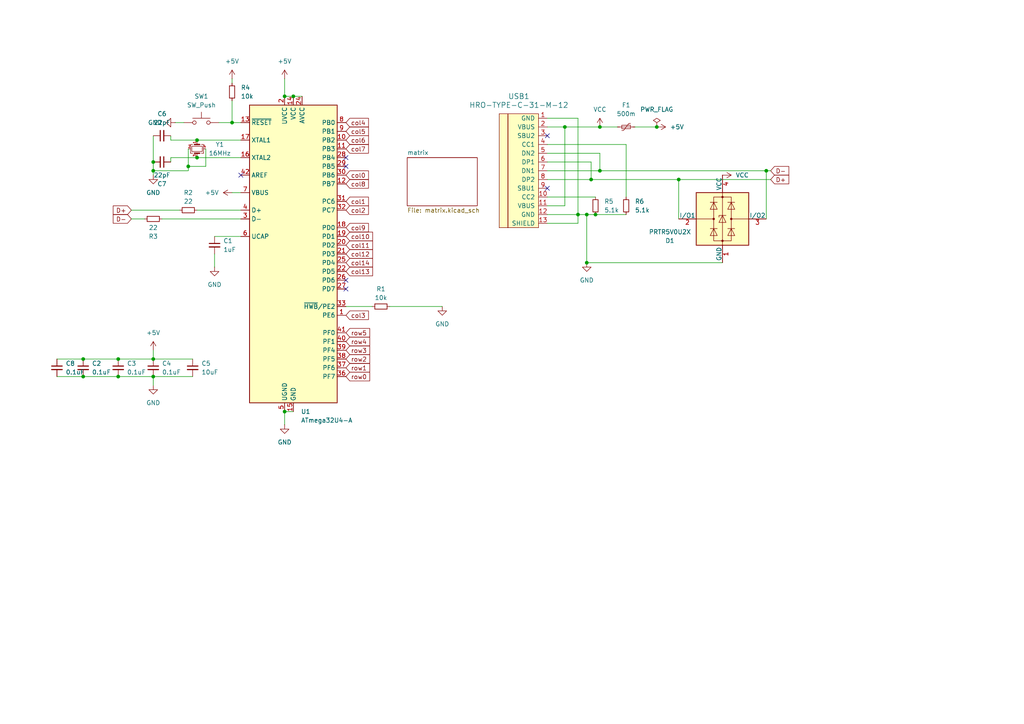
<source format=kicad_sch>
(kicad_sch
	(version 20231120)
	(generator "eeschema")
	(generator_version "8.0")
	(uuid "30822975-2315-4055-85bb-b0314c985d97")
	(paper "A4")
	(lib_symbols
		(symbol "Device:C_Small"
			(pin_numbers hide)
			(pin_names
				(offset 0.254) hide)
			(exclude_from_sim no)
			(in_bom yes)
			(on_board yes)
			(property "Reference" "C"
				(at 0.254 1.778 0)
				(effects
					(font
						(size 1.27 1.27)
					)
					(justify left)
				)
			)
			(property "Value" "C_Small"
				(at 0.254 -2.032 0)
				(effects
					(font
						(size 1.27 1.27)
					)
					(justify left)
				)
			)
			(property "Footprint" ""
				(at 0 0 0)
				(effects
					(font
						(size 1.27 1.27)
					)
					(hide yes)
				)
			)
			(property "Datasheet" "~"
				(at 0 0 0)
				(effects
					(font
						(size 1.27 1.27)
					)
					(hide yes)
				)
			)
			(property "Description" "Unpolarized capacitor, small symbol"
				(at 0 0 0)
				(effects
					(font
						(size 1.27 1.27)
					)
					(hide yes)
				)
			)
			(property "ki_keywords" "capacitor cap"
				(at 0 0 0)
				(effects
					(font
						(size 1.27 1.27)
					)
					(hide yes)
				)
			)
			(property "ki_fp_filters" "C_*"
				(at 0 0 0)
				(effects
					(font
						(size 1.27 1.27)
					)
					(hide yes)
				)
			)
			(symbol "C_Small_0_1"
				(polyline
					(pts
						(xy -1.524 -0.508) (xy 1.524 -0.508)
					)
					(stroke
						(width 0.3302)
						(type default)
					)
					(fill
						(type none)
					)
				)
				(polyline
					(pts
						(xy -1.524 0.508) (xy 1.524 0.508)
					)
					(stroke
						(width 0.3048)
						(type default)
					)
					(fill
						(type none)
					)
				)
			)
			(symbol "C_Small_1_1"
				(pin passive line
					(at 0 2.54 270)
					(length 2.032)
					(name "~"
						(effects
							(font
								(size 1.27 1.27)
							)
						)
					)
					(number "1"
						(effects
							(font
								(size 1.27 1.27)
							)
						)
					)
				)
				(pin passive line
					(at 0 -2.54 90)
					(length 2.032)
					(name "~"
						(effects
							(font
								(size 1.27 1.27)
							)
						)
					)
					(number "2"
						(effects
							(font
								(size 1.27 1.27)
							)
						)
					)
				)
			)
		)
		(symbol "Device:Crystal_GND24_Small"
			(pin_names
				(offset 1.016) hide)
			(exclude_from_sim no)
			(in_bom yes)
			(on_board yes)
			(property "Reference" "Y"
				(at 1.27 4.445 0)
				(effects
					(font
						(size 1.27 1.27)
					)
					(justify left)
				)
			)
			(property "Value" "Crystal_GND24_Small"
				(at 1.27 2.54 0)
				(effects
					(font
						(size 1.27 1.27)
					)
					(justify left)
				)
			)
			(property "Footprint" ""
				(at 0 0 0)
				(effects
					(font
						(size 1.27 1.27)
					)
					(hide yes)
				)
			)
			(property "Datasheet" "~"
				(at 0 0 0)
				(effects
					(font
						(size 1.27 1.27)
					)
					(hide yes)
				)
			)
			(property "Description" "Four pin crystal, GND on pins 2 and 4, small symbol"
				(at 0 0 0)
				(effects
					(font
						(size 1.27 1.27)
					)
					(hide yes)
				)
			)
			(property "ki_keywords" "quartz ceramic resonator oscillator"
				(at 0 0 0)
				(effects
					(font
						(size 1.27 1.27)
					)
					(hide yes)
				)
			)
			(property "ki_fp_filters" "Crystal*"
				(at 0 0 0)
				(effects
					(font
						(size 1.27 1.27)
					)
					(hide yes)
				)
			)
			(symbol "Crystal_GND24_Small_0_1"
				(rectangle
					(start -0.762 -1.524)
					(end 0.762 1.524)
					(stroke
						(width 0)
						(type default)
					)
					(fill
						(type none)
					)
				)
				(polyline
					(pts
						(xy -1.27 -0.762) (xy -1.27 0.762)
					)
					(stroke
						(width 0.381)
						(type default)
					)
					(fill
						(type none)
					)
				)
				(polyline
					(pts
						(xy 1.27 -0.762) (xy 1.27 0.762)
					)
					(stroke
						(width 0.381)
						(type default)
					)
					(fill
						(type none)
					)
				)
				(polyline
					(pts
						(xy -1.27 -1.27) (xy -1.27 -1.905) (xy 1.27 -1.905) (xy 1.27 -1.27)
					)
					(stroke
						(width 0)
						(type default)
					)
					(fill
						(type none)
					)
				)
				(polyline
					(pts
						(xy -1.27 1.27) (xy -1.27 1.905) (xy 1.27 1.905) (xy 1.27 1.27)
					)
					(stroke
						(width 0)
						(type default)
					)
					(fill
						(type none)
					)
				)
			)
			(symbol "Crystal_GND24_Small_1_1"
				(pin passive line
					(at -2.54 0 0)
					(length 1.27)
					(name "1"
						(effects
							(font
								(size 1.27 1.27)
							)
						)
					)
					(number "1"
						(effects
							(font
								(size 0.762 0.762)
							)
						)
					)
				)
				(pin passive line
					(at 0 -2.54 90)
					(length 0.635)
					(name "2"
						(effects
							(font
								(size 1.27 1.27)
							)
						)
					)
					(number "2"
						(effects
							(font
								(size 0.762 0.762)
							)
						)
					)
				)
				(pin passive line
					(at 2.54 0 180)
					(length 1.27)
					(name "3"
						(effects
							(font
								(size 1.27 1.27)
							)
						)
					)
					(number "3"
						(effects
							(font
								(size 0.762 0.762)
							)
						)
					)
				)
				(pin passive line
					(at 0 2.54 270)
					(length 0.635)
					(name "4"
						(effects
							(font
								(size 1.27 1.27)
							)
						)
					)
					(number "4"
						(effects
							(font
								(size 0.762 0.762)
							)
						)
					)
				)
			)
		)
		(symbol "Device:Polyfuse_Small"
			(pin_numbers hide)
			(pin_names
				(offset 0)
			)
			(exclude_from_sim no)
			(in_bom yes)
			(on_board yes)
			(property "Reference" "F"
				(at -1.905 0 90)
				(effects
					(font
						(size 1.27 1.27)
					)
				)
			)
			(property "Value" "Polyfuse_Small"
				(at 1.905 0 90)
				(effects
					(font
						(size 1.27 1.27)
					)
				)
			)
			(property "Footprint" ""
				(at 1.27 -5.08 0)
				(effects
					(font
						(size 1.27 1.27)
					)
					(justify left)
					(hide yes)
				)
			)
			(property "Datasheet" "~"
				(at 0 0 0)
				(effects
					(font
						(size 1.27 1.27)
					)
					(hide yes)
				)
			)
			(property "Description" "Resettable fuse, polymeric positive temperature coefficient, small symbol"
				(at 0 0 0)
				(effects
					(font
						(size 1.27 1.27)
					)
					(hide yes)
				)
			)
			(property "ki_keywords" "resettable fuse PTC PPTC polyfuse polyswitch"
				(at 0 0 0)
				(effects
					(font
						(size 1.27 1.27)
					)
					(hide yes)
				)
			)
			(property "ki_fp_filters" "*polyfuse* *PTC*"
				(at 0 0 0)
				(effects
					(font
						(size 1.27 1.27)
					)
					(hide yes)
				)
			)
			(symbol "Polyfuse_Small_0_1"
				(rectangle
					(start -0.508 1.27)
					(end 0.508 -1.27)
					(stroke
						(width 0)
						(type default)
					)
					(fill
						(type none)
					)
				)
				(polyline
					(pts
						(xy 0 2.54) (xy 0 -2.54)
					)
					(stroke
						(width 0)
						(type default)
					)
					(fill
						(type none)
					)
				)
				(polyline
					(pts
						(xy -1.016 1.27) (xy -1.016 0.762) (xy 1.016 -0.762) (xy 1.016 -1.27)
					)
					(stroke
						(width 0)
						(type default)
					)
					(fill
						(type none)
					)
				)
			)
			(symbol "Polyfuse_Small_1_1"
				(pin passive line
					(at 0 2.54 270)
					(length 0.635)
					(name "~"
						(effects
							(font
								(size 1.27 1.27)
							)
						)
					)
					(number "1"
						(effects
							(font
								(size 1.27 1.27)
							)
						)
					)
				)
				(pin passive line
					(at 0 -2.54 90)
					(length 0.635)
					(name "~"
						(effects
							(font
								(size 1.27 1.27)
							)
						)
					)
					(number "2"
						(effects
							(font
								(size 1.27 1.27)
							)
						)
					)
				)
			)
		)
		(symbol "Device:R_Small"
			(pin_numbers hide)
			(pin_names
				(offset 0.254) hide)
			(exclude_from_sim no)
			(in_bom yes)
			(on_board yes)
			(property "Reference" "R"
				(at 0.762 0.508 0)
				(effects
					(font
						(size 1.27 1.27)
					)
					(justify left)
				)
			)
			(property "Value" "R_Small"
				(at 0.762 -1.016 0)
				(effects
					(font
						(size 1.27 1.27)
					)
					(justify left)
				)
			)
			(property "Footprint" ""
				(at 0 0 0)
				(effects
					(font
						(size 1.27 1.27)
					)
					(hide yes)
				)
			)
			(property "Datasheet" "~"
				(at 0 0 0)
				(effects
					(font
						(size 1.27 1.27)
					)
					(hide yes)
				)
			)
			(property "Description" "Resistor, small symbol"
				(at 0 0 0)
				(effects
					(font
						(size 1.27 1.27)
					)
					(hide yes)
				)
			)
			(property "ki_keywords" "R resistor"
				(at 0 0 0)
				(effects
					(font
						(size 1.27 1.27)
					)
					(hide yes)
				)
			)
			(property "ki_fp_filters" "R_*"
				(at 0 0 0)
				(effects
					(font
						(size 1.27 1.27)
					)
					(hide yes)
				)
			)
			(symbol "R_Small_0_1"
				(rectangle
					(start -0.762 1.778)
					(end 0.762 -1.778)
					(stroke
						(width 0.2032)
						(type default)
					)
					(fill
						(type none)
					)
				)
			)
			(symbol "R_Small_1_1"
				(pin passive line
					(at 0 2.54 270)
					(length 0.762)
					(name "~"
						(effects
							(font
								(size 1.27 1.27)
							)
						)
					)
					(number "1"
						(effects
							(font
								(size 1.27 1.27)
							)
						)
					)
				)
				(pin passive line
					(at 0 -2.54 90)
					(length 0.762)
					(name "~"
						(effects
							(font
								(size 1.27 1.27)
							)
						)
					)
					(number "2"
						(effects
							(font
								(size 1.27 1.27)
							)
						)
					)
				)
			)
		)
		(symbol "MCU_Microchip_ATmega:ATmega32U4-A"
			(exclude_from_sim no)
			(in_bom yes)
			(on_board yes)
			(property "Reference" "U"
				(at -12.7 44.45 0)
				(effects
					(font
						(size 1.27 1.27)
					)
					(justify left bottom)
				)
			)
			(property "Value" "ATmega32U4-A"
				(at 2.54 -44.45 0)
				(effects
					(font
						(size 1.27 1.27)
					)
					(justify left top)
				)
			)
			(property "Footprint" "Package_QFP:TQFP-44_10x10mm_P0.8mm"
				(at 0 0 0)
				(effects
					(font
						(size 1.27 1.27)
						(italic yes)
					)
					(hide yes)
				)
			)
			(property "Datasheet" "http://ww1.microchip.com/downloads/en/DeviceDoc/Atmel-7766-8-bit-AVR-ATmega16U4-32U4_Datasheet.pdf"
				(at 0 0 0)
				(effects
					(font
						(size 1.27 1.27)
					)
					(hide yes)
				)
			)
			(property "Description" "16MHz, 32kB Flash, 2.5kB SRAM, 1kB EEPROM, USB 2.0, TQFP-44"
				(at 0 0 0)
				(effects
					(font
						(size 1.27 1.27)
					)
					(hide yes)
				)
			)
			(property "ki_keywords" "AVR 8bit Microcontroller MegaAVR USB"
				(at 0 0 0)
				(effects
					(font
						(size 1.27 1.27)
					)
					(hide yes)
				)
			)
			(property "ki_fp_filters" "TQFP*10x10mm*P0.8mm*"
				(at 0 0 0)
				(effects
					(font
						(size 1.27 1.27)
					)
					(hide yes)
				)
			)
			(symbol "ATmega32U4-A_0_1"
				(rectangle
					(start -12.7 -43.18)
					(end 12.7 43.18)
					(stroke
						(width 0.254)
						(type default)
					)
					(fill
						(type background)
					)
				)
			)
			(symbol "ATmega32U4-A_1_1"
				(pin bidirectional line
					(at 15.24 -17.78 180)
					(length 2.54)
					(name "PE6"
						(effects
							(font
								(size 1.27 1.27)
							)
						)
					)
					(number "1"
						(effects
							(font
								(size 1.27 1.27)
							)
						)
					)
				)
				(pin bidirectional line
					(at 15.24 33.02 180)
					(length 2.54)
					(name "PB2"
						(effects
							(font
								(size 1.27 1.27)
							)
						)
					)
					(number "10"
						(effects
							(font
								(size 1.27 1.27)
							)
						)
					)
				)
				(pin bidirectional line
					(at 15.24 30.48 180)
					(length 2.54)
					(name "PB3"
						(effects
							(font
								(size 1.27 1.27)
							)
						)
					)
					(number "11"
						(effects
							(font
								(size 1.27 1.27)
							)
						)
					)
				)
				(pin bidirectional line
					(at 15.24 20.32 180)
					(length 2.54)
					(name "PB7"
						(effects
							(font
								(size 1.27 1.27)
							)
						)
					)
					(number "12"
						(effects
							(font
								(size 1.27 1.27)
							)
						)
					)
				)
				(pin input line
					(at -15.24 38.1 0)
					(length 2.54)
					(name "~{RESET}"
						(effects
							(font
								(size 1.27 1.27)
							)
						)
					)
					(number "13"
						(effects
							(font
								(size 1.27 1.27)
							)
						)
					)
				)
				(pin power_in line
					(at 0 45.72 270)
					(length 2.54)
					(name "VCC"
						(effects
							(font
								(size 1.27 1.27)
							)
						)
					)
					(number "14"
						(effects
							(font
								(size 1.27 1.27)
							)
						)
					)
				)
				(pin power_in line
					(at 0 -45.72 90)
					(length 2.54)
					(name "GND"
						(effects
							(font
								(size 1.27 1.27)
							)
						)
					)
					(number "15"
						(effects
							(font
								(size 1.27 1.27)
							)
						)
					)
				)
				(pin output line
					(at -15.24 27.94 0)
					(length 2.54)
					(name "XTAL2"
						(effects
							(font
								(size 1.27 1.27)
							)
						)
					)
					(number "16"
						(effects
							(font
								(size 1.27 1.27)
							)
						)
					)
				)
				(pin input line
					(at -15.24 33.02 0)
					(length 2.54)
					(name "XTAL1"
						(effects
							(font
								(size 1.27 1.27)
							)
						)
					)
					(number "17"
						(effects
							(font
								(size 1.27 1.27)
							)
						)
					)
				)
				(pin bidirectional line
					(at 15.24 7.62 180)
					(length 2.54)
					(name "PD0"
						(effects
							(font
								(size 1.27 1.27)
							)
						)
					)
					(number "18"
						(effects
							(font
								(size 1.27 1.27)
							)
						)
					)
				)
				(pin bidirectional line
					(at 15.24 5.08 180)
					(length 2.54)
					(name "PD1"
						(effects
							(font
								(size 1.27 1.27)
							)
						)
					)
					(number "19"
						(effects
							(font
								(size 1.27 1.27)
							)
						)
					)
				)
				(pin power_in line
					(at -2.54 45.72 270)
					(length 2.54)
					(name "UVCC"
						(effects
							(font
								(size 1.27 1.27)
							)
						)
					)
					(number "2"
						(effects
							(font
								(size 1.27 1.27)
							)
						)
					)
				)
				(pin bidirectional line
					(at 15.24 2.54 180)
					(length 2.54)
					(name "PD2"
						(effects
							(font
								(size 1.27 1.27)
							)
						)
					)
					(number "20"
						(effects
							(font
								(size 1.27 1.27)
							)
						)
					)
				)
				(pin bidirectional line
					(at 15.24 0 180)
					(length 2.54)
					(name "PD3"
						(effects
							(font
								(size 1.27 1.27)
							)
						)
					)
					(number "21"
						(effects
							(font
								(size 1.27 1.27)
							)
						)
					)
				)
				(pin bidirectional line
					(at 15.24 -5.08 180)
					(length 2.54)
					(name "PD5"
						(effects
							(font
								(size 1.27 1.27)
							)
						)
					)
					(number "22"
						(effects
							(font
								(size 1.27 1.27)
							)
						)
					)
				)
				(pin passive line
					(at 0 -45.72 90)
					(length 2.54) hide
					(name "GND"
						(effects
							(font
								(size 1.27 1.27)
							)
						)
					)
					(number "23"
						(effects
							(font
								(size 1.27 1.27)
							)
						)
					)
				)
				(pin power_in line
					(at 2.54 45.72 270)
					(length 2.54)
					(name "AVCC"
						(effects
							(font
								(size 1.27 1.27)
							)
						)
					)
					(number "24"
						(effects
							(font
								(size 1.27 1.27)
							)
						)
					)
				)
				(pin bidirectional line
					(at 15.24 -2.54 180)
					(length 2.54)
					(name "PD4"
						(effects
							(font
								(size 1.27 1.27)
							)
						)
					)
					(number "25"
						(effects
							(font
								(size 1.27 1.27)
							)
						)
					)
				)
				(pin bidirectional line
					(at 15.24 -7.62 180)
					(length 2.54)
					(name "PD6"
						(effects
							(font
								(size 1.27 1.27)
							)
						)
					)
					(number "26"
						(effects
							(font
								(size 1.27 1.27)
							)
						)
					)
				)
				(pin bidirectional line
					(at 15.24 -10.16 180)
					(length 2.54)
					(name "PD7"
						(effects
							(font
								(size 1.27 1.27)
							)
						)
					)
					(number "27"
						(effects
							(font
								(size 1.27 1.27)
							)
						)
					)
				)
				(pin bidirectional line
					(at 15.24 27.94 180)
					(length 2.54)
					(name "PB4"
						(effects
							(font
								(size 1.27 1.27)
							)
						)
					)
					(number "28"
						(effects
							(font
								(size 1.27 1.27)
							)
						)
					)
				)
				(pin bidirectional line
					(at 15.24 25.4 180)
					(length 2.54)
					(name "PB5"
						(effects
							(font
								(size 1.27 1.27)
							)
						)
					)
					(number "29"
						(effects
							(font
								(size 1.27 1.27)
							)
						)
					)
				)
				(pin bidirectional line
					(at -15.24 10.16 0)
					(length 2.54)
					(name "D-"
						(effects
							(font
								(size 1.27 1.27)
							)
						)
					)
					(number "3"
						(effects
							(font
								(size 1.27 1.27)
							)
						)
					)
				)
				(pin bidirectional line
					(at 15.24 22.86 180)
					(length 2.54)
					(name "PB6"
						(effects
							(font
								(size 1.27 1.27)
							)
						)
					)
					(number "30"
						(effects
							(font
								(size 1.27 1.27)
							)
						)
					)
				)
				(pin bidirectional line
					(at 15.24 15.24 180)
					(length 2.54)
					(name "PC6"
						(effects
							(font
								(size 1.27 1.27)
							)
						)
					)
					(number "31"
						(effects
							(font
								(size 1.27 1.27)
							)
						)
					)
				)
				(pin bidirectional line
					(at 15.24 12.7 180)
					(length 2.54)
					(name "PC7"
						(effects
							(font
								(size 1.27 1.27)
							)
						)
					)
					(number "32"
						(effects
							(font
								(size 1.27 1.27)
							)
						)
					)
				)
				(pin bidirectional line
					(at 15.24 -15.24 180)
					(length 2.54)
					(name "~{HWB}/PE2"
						(effects
							(font
								(size 1.27 1.27)
							)
						)
					)
					(number "33"
						(effects
							(font
								(size 1.27 1.27)
							)
						)
					)
				)
				(pin passive line
					(at 0 45.72 270)
					(length 2.54) hide
					(name "VCC"
						(effects
							(font
								(size 1.27 1.27)
							)
						)
					)
					(number "34"
						(effects
							(font
								(size 1.27 1.27)
							)
						)
					)
				)
				(pin passive line
					(at 0 -45.72 90)
					(length 2.54) hide
					(name "GND"
						(effects
							(font
								(size 1.27 1.27)
							)
						)
					)
					(number "35"
						(effects
							(font
								(size 1.27 1.27)
							)
						)
					)
				)
				(pin bidirectional line
					(at 15.24 -35.56 180)
					(length 2.54)
					(name "PF7"
						(effects
							(font
								(size 1.27 1.27)
							)
						)
					)
					(number "36"
						(effects
							(font
								(size 1.27 1.27)
							)
						)
					)
				)
				(pin bidirectional line
					(at 15.24 -33.02 180)
					(length 2.54)
					(name "PF6"
						(effects
							(font
								(size 1.27 1.27)
							)
						)
					)
					(number "37"
						(effects
							(font
								(size 1.27 1.27)
							)
						)
					)
				)
				(pin bidirectional line
					(at 15.24 -30.48 180)
					(length 2.54)
					(name "PF5"
						(effects
							(font
								(size 1.27 1.27)
							)
						)
					)
					(number "38"
						(effects
							(font
								(size 1.27 1.27)
							)
						)
					)
				)
				(pin bidirectional line
					(at 15.24 -27.94 180)
					(length 2.54)
					(name "PF4"
						(effects
							(font
								(size 1.27 1.27)
							)
						)
					)
					(number "39"
						(effects
							(font
								(size 1.27 1.27)
							)
						)
					)
				)
				(pin bidirectional line
					(at -15.24 12.7 0)
					(length 2.54)
					(name "D+"
						(effects
							(font
								(size 1.27 1.27)
							)
						)
					)
					(number "4"
						(effects
							(font
								(size 1.27 1.27)
							)
						)
					)
				)
				(pin bidirectional line
					(at 15.24 -25.4 180)
					(length 2.54)
					(name "PF1"
						(effects
							(font
								(size 1.27 1.27)
							)
						)
					)
					(number "40"
						(effects
							(font
								(size 1.27 1.27)
							)
						)
					)
				)
				(pin bidirectional line
					(at 15.24 -22.86 180)
					(length 2.54)
					(name "PF0"
						(effects
							(font
								(size 1.27 1.27)
							)
						)
					)
					(number "41"
						(effects
							(font
								(size 1.27 1.27)
							)
						)
					)
				)
				(pin passive line
					(at -15.24 22.86 0)
					(length 2.54)
					(name "AREF"
						(effects
							(font
								(size 1.27 1.27)
							)
						)
					)
					(number "42"
						(effects
							(font
								(size 1.27 1.27)
							)
						)
					)
				)
				(pin passive line
					(at 0 -45.72 90)
					(length 2.54) hide
					(name "GND"
						(effects
							(font
								(size 1.27 1.27)
							)
						)
					)
					(number "43"
						(effects
							(font
								(size 1.27 1.27)
							)
						)
					)
				)
				(pin passive line
					(at 2.54 45.72 270)
					(length 2.54) hide
					(name "AVCC"
						(effects
							(font
								(size 1.27 1.27)
							)
						)
					)
					(number "44"
						(effects
							(font
								(size 1.27 1.27)
							)
						)
					)
				)
				(pin passive line
					(at -2.54 -45.72 90)
					(length 2.54)
					(name "UGND"
						(effects
							(font
								(size 1.27 1.27)
							)
						)
					)
					(number "5"
						(effects
							(font
								(size 1.27 1.27)
							)
						)
					)
				)
				(pin passive line
					(at -15.24 5.08 0)
					(length 2.54)
					(name "UCAP"
						(effects
							(font
								(size 1.27 1.27)
							)
						)
					)
					(number "6"
						(effects
							(font
								(size 1.27 1.27)
							)
						)
					)
				)
				(pin input line
					(at -15.24 17.78 0)
					(length 2.54)
					(name "VBUS"
						(effects
							(font
								(size 1.27 1.27)
							)
						)
					)
					(number "7"
						(effects
							(font
								(size 1.27 1.27)
							)
						)
					)
				)
				(pin bidirectional line
					(at 15.24 38.1 180)
					(length 2.54)
					(name "PB0"
						(effects
							(font
								(size 1.27 1.27)
							)
						)
					)
					(number "8"
						(effects
							(font
								(size 1.27 1.27)
							)
						)
					)
				)
				(pin bidirectional line
					(at 15.24 35.56 180)
					(length 2.54)
					(name "PB1"
						(effects
							(font
								(size 1.27 1.27)
							)
						)
					)
					(number "9"
						(effects
							(font
								(size 1.27 1.27)
							)
						)
					)
				)
			)
		)
		(symbol "Power_Protection:PRTR5V0U2X"
			(pin_names
				(offset 0)
			)
			(exclude_from_sim no)
			(in_bom yes)
			(on_board yes)
			(property "Reference" "D"
				(at 2.794 8.636 0)
				(effects
					(font
						(size 1.27 1.27)
					)
				)
			)
			(property "Value" "PRTR5V0U2X"
				(at 8.128 -9.398 0)
				(effects
					(font
						(size 1.27 1.27)
					)
				)
			)
			(property "Footprint" "Package_TO_SOT_SMD:SOT-143"
				(at 1.524 0 0)
				(effects
					(font
						(size 1.27 1.27)
					)
					(hide yes)
				)
			)
			(property "Datasheet" "https://assets.nexperia.com/documents/data-sheet/PRTR5V0U2X.pdf"
				(at 1.524 0 0)
				(effects
					(font
						(size 1.27 1.27)
					)
					(hide yes)
				)
			)
			(property "Description" "Ultra low capacitance double rail-to-rail ESD protection diode, SOT-143"
				(at 0 0 0)
				(effects
					(font
						(size 1.27 1.27)
					)
					(hide yes)
				)
			)
			(property "ki_keywords" "ESD protection diode"
				(at 0 0 0)
				(effects
					(font
						(size 1.27 1.27)
					)
					(hide yes)
				)
			)
			(property "ki_fp_filters" "SOT?143*"
				(at 0 0 0)
				(effects
					(font
						(size 1.27 1.27)
					)
					(hide yes)
				)
			)
			(symbol "PRTR5V0U2X_0_1"
				(rectangle
					(start -7.62 -7.62)
					(end 7.62 7.62)
					(stroke
						(width 0.254)
						(type default)
					)
					(fill
						(type background)
					)
				)
				(circle
					(center -2.54 0)
					(radius 0.254)
					(stroke
						(width 0)
						(type default)
					)
					(fill
						(type outline)
					)
				)
				(rectangle
					(start -2.54 6.35)
					(end 2.54 -6.35)
					(stroke
						(width 0)
						(type default)
					)
					(fill
						(type none)
					)
				)
				(circle
					(center 0 -6.35)
					(radius 0.254)
					(stroke
						(width 0)
						(type default)
					)
					(fill
						(type outline)
					)
				)
				(polyline
					(pts
						(xy -2.54 0) (xy -7.62 0)
					)
					(stroke
						(width 0)
						(type default)
					)
					(fill
						(type none)
					)
				)
				(polyline
					(pts
						(xy -1.524 -2.794) (xy -3.556 -2.794)
					)
					(stroke
						(width 0)
						(type default)
					)
					(fill
						(type none)
					)
				)
				(polyline
					(pts
						(xy -1.524 4.826) (xy -3.556 4.826)
					)
					(stroke
						(width 0)
						(type default)
					)
					(fill
						(type none)
					)
				)
				(polyline
					(pts
						(xy 0 -7.62) (xy 0 7.62)
					)
					(stroke
						(width 0)
						(type default)
					)
					(fill
						(type none)
					)
				)
				(polyline
					(pts
						(xy 1.524 -2.794) (xy 3.556 -2.794)
					)
					(stroke
						(width 0)
						(type default)
					)
					(fill
						(type none)
					)
				)
				(polyline
					(pts
						(xy 1.524 4.826) (xy 3.556 4.826)
					)
					(stroke
						(width 0)
						(type default)
					)
					(fill
						(type none)
					)
				)
				(polyline
					(pts
						(xy 2.54 0) (xy 7.62 0)
					)
					(stroke
						(width 0)
						(type default)
					)
					(fill
						(type none)
					)
				)
				(polyline
					(pts
						(xy 1.016 1.016) (xy -1.016 1.016) (xy -1.016 0.508)
					)
					(stroke
						(width 0)
						(type default)
					)
					(fill
						(type none)
					)
				)
				(polyline
					(pts
						(xy -3.556 -4.826) (xy -1.524 -4.826) (xy -2.54 -2.794) (xy -3.556 -4.826)
					)
					(stroke
						(width 0)
						(type default)
					)
					(fill
						(type none)
					)
				)
				(polyline
					(pts
						(xy -3.556 2.794) (xy -1.524 2.794) (xy -2.54 4.826) (xy -3.556 2.794)
					)
					(stroke
						(width 0)
						(type default)
					)
					(fill
						(type none)
					)
				)
				(polyline
					(pts
						(xy -1.016 -1.016) (xy 1.016 -1.016) (xy 0 1.016) (xy -1.016 -1.016)
					)
					(stroke
						(width 0)
						(type default)
					)
					(fill
						(type none)
					)
				)
				(polyline
					(pts
						(xy 3.556 -4.826) (xy 1.524 -4.826) (xy 2.54 -2.794) (xy 3.556 -4.826)
					)
					(stroke
						(width 0)
						(type default)
					)
					(fill
						(type none)
					)
				)
				(polyline
					(pts
						(xy 3.556 2.794) (xy 1.524 2.794) (xy 2.54 4.826) (xy 3.556 2.794)
					)
					(stroke
						(width 0)
						(type default)
					)
					(fill
						(type none)
					)
				)
				(circle
					(center 0 6.35)
					(radius 0.254)
					(stroke
						(width 0)
						(type default)
					)
					(fill
						(type outline)
					)
				)
				(circle
					(center 2.54 0)
					(radius 0.254)
					(stroke
						(width 0)
						(type default)
					)
					(fill
						(type outline)
					)
				)
			)
			(symbol "PRTR5V0U2X_1_1"
				(pin passive line
					(at 0 -12.7 90)
					(length 5.08)
					(name "GND"
						(effects
							(font
								(size 1.27 1.27)
							)
						)
					)
					(number "1"
						(effects
							(font
								(size 1.27 1.27)
							)
						)
					)
				)
				(pin passive line
					(at -12.7 0 0)
					(length 5.08)
					(name "I/O1"
						(effects
							(font
								(size 1.27 1.27)
							)
						)
					)
					(number "2"
						(effects
							(font
								(size 1.27 1.27)
							)
						)
					)
				)
				(pin passive line
					(at 12.7 0 180)
					(length 5.08)
					(name "I/O2"
						(effects
							(font
								(size 1.27 1.27)
							)
						)
					)
					(number "3"
						(effects
							(font
								(size 1.27 1.27)
							)
						)
					)
				)
				(pin passive line
					(at 0 12.7 270)
					(length 5.08)
					(name "VCC"
						(effects
							(font
								(size 1.27 1.27)
							)
						)
					)
					(number "4"
						(effects
							(font
								(size 1.27 1.27)
							)
						)
					)
				)
			)
		)
		(symbol "Switch:SW_Push"
			(pin_numbers hide)
			(pin_names
				(offset 1.016) hide)
			(exclude_from_sim no)
			(in_bom yes)
			(on_board yes)
			(property "Reference" "SW"
				(at 1.27 2.54 0)
				(effects
					(font
						(size 1.27 1.27)
					)
					(justify left)
				)
			)
			(property "Value" "SW_Push"
				(at 0 -1.524 0)
				(effects
					(font
						(size 1.27 1.27)
					)
				)
			)
			(property "Footprint" ""
				(at 0 5.08 0)
				(effects
					(font
						(size 1.27 1.27)
					)
					(hide yes)
				)
			)
			(property "Datasheet" "~"
				(at 0 5.08 0)
				(effects
					(font
						(size 1.27 1.27)
					)
					(hide yes)
				)
			)
			(property "Description" "Push button switch, generic, two pins"
				(at 0 0 0)
				(effects
					(font
						(size 1.27 1.27)
					)
					(hide yes)
				)
			)
			(property "ki_keywords" "switch normally-open pushbutton push-button"
				(at 0 0 0)
				(effects
					(font
						(size 1.27 1.27)
					)
					(hide yes)
				)
			)
			(symbol "SW_Push_0_1"
				(circle
					(center -2.032 0)
					(radius 0.508)
					(stroke
						(width 0)
						(type default)
					)
					(fill
						(type none)
					)
				)
				(polyline
					(pts
						(xy 0 1.27) (xy 0 3.048)
					)
					(stroke
						(width 0)
						(type default)
					)
					(fill
						(type none)
					)
				)
				(polyline
					(pts
						(xy 2.54 1.27) (xy -2.54 1.27)
					)
					(stroke
						(width 0)
						(type default)
					)
					(fill
						(type none)
					)
				)
				(circle
					(center 2.032 0)
					(radius 0.508)
					(stroke
						(width 0)
						(type default)
					)
					(fill
						(type none)
					)
				)
				(pin passive line
					(at -5.08 0 0)
					(length 2.54)
					(name "1"
						(effects
							(font
								(size 1.27 1.27)
							)
						)
					)
					(number "1"
						(effects
							(font
								(size 1.27 1.27)
							)
						)
					)
				)
				(pin passive line
					(at 5.08 0 180)
					(length 2.54)
					(name "2"
						(effects
							(font
								(size 1.27 1.27)
							)
						)
					)
					(number "2"
						(effects
							(font
								(size 1.27 1.27)
							)
						)
					)
				)
			)
		)
		(symbol "Type-C:HRO-TYPE-C-31-M-12"
			(pin_names
				(offset 1.016)
			)
			(exclude_from_sim no)
			(in_bom yes)
			(on_board yes)
			(property "Reference" "USB"
				(at -5.08 16.51 0)
				(effects
					(font
						(size 1.524 1.524)
					)
				)
			)
			(property "Value" "HRO-TYPE-C-31-M-12"
				(at -10.16 -1.27 90)
				(effects
					(font
						(size 1.524 1.524)
					)
				)
			)
			(property "Footprint" ""
				(at 0 0 0)
				(effects
					(font
						(size 1.524 1.524)
					)
					(hide yes)
				)
			)
			(property "Datasheet" ""
				(at 0 0 0)
				(effects
					(font
						(size 1.524 1.524)
					)
					(hide yes)
				)
			)
			(property "Description" ""
				(at 0 0 0)
				(effects
					(font
						(size 1.27 1.27)
					)
					(hide yes)
				)
			)
			(symbol "HRO-TYPE-C-31-M-12_0_1"
				(rectangle
					(start -11.43 15.24)
					(end -8.89 -17.78)
					(stroke
						(width 0)
						(type solid)
					)
					(fill
						(type background)
					)
				)
				(rectangle
					(start 0 -17.78)
					(end -8.89 15.24)
					(stroke
						(width 0)
						(type solid)
					)
					(fill
						(type background)
					)
				)
			)
			(symbol "HRO-TYPE-C-31-M-12_1_1"
				(pin input line
					(at 2.54 13.97 180)
					(length 2.54)
					(name "GND"
						(effects
							(font
								(size 1.27 1.27)
							)
						)
					)
					(number "1"
						(effects
							(font
								(size 1.27 1.27)
							)
						)
					)
				)
				(pin input line
					(at 2.54 -8.89 180)
					(length 2.54)
					(name "CC2"
						(effects
							(font
								(size 1.27 1.27)
							)
						)
					)
					(number "10"
						(effects
							(font
								(size 1.27 1.27)
							)
						)
					)
				)
				(pin input line
					(at 2.54 -11.43 180)
					(length 2.54)
					(name "VBUS"
						(effects
							(font
								(size 1.27 1.27)
							)
						)
					)
					(number "11"
						(effects
							(font
								(size 1.27 1.27)
							)
						)
					)
				)
				(pin input line
					(at 2.54 -13.97 180)
					(length 2.54)
					(name "GND"
						(effects
							(font
								(size 1.27 1.27)
							)
						)
					)
					(number "12"
						(effects
							(font
								(size 1.27 1.27)
							)
						)
					)
				)
				(pin input line
					(at 2.54 -16.51 180)
					(length 2.54)
					(name "SHIELD"
						(effects
							(font
								(size 1.27 1.27)
							)
						)
					)
					(number "13"
						(effects
							(font
								(size 1.27 1.27)
							)
						)
					)
				)
				(pin input line
					(at 2.54 11.43 180)
					(length 2.54)
					(name "VBUS"
						(effects
							(font
								(size 1.27 1.27)
							)
						)
					)
					(number "2"
						(effects
							(font
								(size 1.27 1.27)
							)
						)
					)
				)
				(pin input line
					(at 2.54 8.89 180)
					(length 2.54)
					(name "SBU2"
						(effects
							(font
								(size 1.27 1.27)
							)
						)
					)
					(number "3"
						(effects
							(font
								(size 1.27 1.27)
							)
						)
					)
				)
				(pin input line
					(at 2.54 6.35 180)
					(length 2.54)
					(name "CC1"
						(effects
							(font
								(size 1.27 1.27)
							)
						)
					)
					(number "4"
						(effects
							(font
								(size 1.27 1.27)
							)
						)
					)
				)
				(pin input line
					(at 2.54 3.81 180)
					(length 2.54)
					(name "DN2"
						(effects
							(font
								(size 1.27 1.27)
							)
						)
					)
					(number "5"
						(effects
							(font
								(size 1.27 1.27)
							)
						)
					)
				)
				(pin input line
					(at 2.54 1.27 180)
					(length 2.54)
					(name "DP1"
						(effects
							(font
								(size 1.27 1.27)
							)
						)
					)
					(number "6"
						(effects
							(font
								(size 1.27 1.27)
							)
						)
					)
				)
				(pin input line
					(at 2.54 -1.27 180)
					(length 2.54)
					(name "DN1"
						(effects
							(font
								(size 1.27 1.27)
							)
						)
					)
					(number "7"
						(effects
							(font
								(size 1.27 1.27)
							)
						)
					)
				)
				(pin input line
					(at 2.54 -3.81 180)
					(length 2.54)
					(name "DP2"
						(effects
							(font
								(size 1.27 1.27)
							)
						)
					)
					(number "8"
						(effects
							(font
								(size 1.27 1.27)
							)
						)
					)
				)
				(pin input line
					(at 2.54 -6.35 180)
					(length 2.54)
					(name "SBU1"
						(effects
							(font
								(size 1.27 1.27)
							)
						)
					)
					(number "9"
						(effects
							(font
								(size 1.27 1.27)
							)
						)
					)
				)
			)
		)
		(symbol "power:+5V"
			(power)
			(pin_numbers hide)
			(pin_names
				(offset 0) hide)
			(exclude_from_sim no)
			(in_bom yes)
			(on_board yes)
			(property "Reference" "#PWR"
				(at 0 -3.81 0)
				(effects
					(font
						(size 1.27 1.27)
					)
					(hide yes)
				)
			)
			(property "Value" "+5V"
				(at 0 3.556 0)
				(effects
					(font
						(size 1.27 1.27)
					)
				)
			)
			(property "Footprint" ""
				(at 0 0 0)
				(effects
					(font
						(size 1.27 1.27)
					)
					(hide yes)
				)
			)
			(property "Datasheet" ""
				(at 0 0 0)
				(effects
					(font
						(size 1.27 1.27)
					)
					(hide yes)
				)
			)
			(property "Description" "Power symbol creates a global label with name \"+5V\""
				(at 0 0 0)
				(effects
					(font
						(size 1.27 1.27)
					)
					(hide yes)
				)
			)
			(property "ki_keywords" "global power"
				(at 0 0 0)
				(effects
					(font
						(size 1.27 1.27)
					)
					(hide yes)
				)
			)
			(symbol "+5V_0_1"
				(polyline
					(pts
						(xy -0.762 1.27) (xy 0 2.54)
					)
					(stroke
						(width 0)
						(type default)
					)
					(fill
						(type none)
					)
				)
				(polyline
					(pts
						(xy 0 0) (xy 0 2.54)
					)
					(stroke
						(width 0)
						(type default)
					)
					(fill
						(type none)
					)
				)
				(polyline
					(pts
						(xy 0 2.54) (xy 0.762 1.27)
					)
					(stroke
						(width 0)
						(type default)
					)
					(fill
						(type none)
					)
				)
			)
			(symbol "+5V_1_1"
				(pin power_in line
					(at 0 0 90)
					(length 0)
					(name "~"
						(effects
							(font
								(size 1.27 1.27)
							)
						)
					)
					(number "1"
						(effects
							(font
								(size 1.27 1.27)
							)
						)
					)
				)
			)
		)
		(symbol "power:GND"
			(power)
			(pin_numbers hide)
			(pin_names
				(offset 0) hide)
			(exclude_from_sim no)
			(in_bom yes)
			(on_board yes)
			(property "Reference" "#PWR"
				(at 0 -6.35 0)
				(effects
					(font
						(size 1.27 1.27)
					)
					(hide yes)
				)
			)
			(property "Value" "GND"
				(at 0 -3.81 0)
				(effects
					(font
						(size 1.27 1.27)
					)
				)
			)
			(property "Footprint" ""
				(at 0 0 0)
				(effects
					(font
						(size 1.27 1.27)
					)
					(hide yes)
				)
			)
			(property "Datasheet" ""
				(at 0 0 0)
				(effects
					(font
						(size 1.27 1.27)
					)
					(hide yes)
				)
			)
			(property "Description" "Power symbol creates a global label with name \"GND\" , ground"
				(at 0 0 0)
				(effects
					(font
						(size 1.27 1.27)
					)
					(hide yes)
				)
			)
			(property "ki_keywords" "global power"
				(at 0 0 0)
				(effects
					(font
						(size 1.27 1.27)
					)
					(hide yes)
				)
			)
			(symbol "GND_0_1"
				(polyline
					(pts
						(xy 0 0) (xy 0 -1.27) (xy 1.27 -1.27) (xy 0 -2.54) (xy -1.27 -1.27) (xy 0 -1.27)
					)
					(stroke
						(width 0)
						(type default)
					)
					(fill
						(type none)
					)
				)
			)
			(symbol "GND_1_1"
				(pin power_in line
					(at 0 0 270)
					(length 0)
					(name "~"
						(effects
							(font
								(size 1.27 1.27)
							)
						)
					)
					(number "1"
						(effects
							(font
								(size 1.27 1.27)
							)
						)
					)
				)
			)
		)
		(symbol "power:PWR_FLAG"
			(power)
			(pin_numbers hide)
			(pin_names
				(offset 0) hide)
			(exclude_from_sim no)
			(in_bom yes)
			(on_board yes)
			(property "Reference" "#FLG"
				(at 0 1.905 0)
				(effects
					(font
						(size 1.27 1.27)
					)
					(hide yes)
				)
			)
			(property "Value" "PWR_FLAG"
				(at 0 3.81 0)
				(effects
					(font
						(size 1.27 1.27)
					)
				)
			)
			(property "Footprint" ""
				(at 0 0 0)
				(effects
					(font
						(size 1.27 1.27)
					)
					(hide yes)
				)
			)
			(property "Datasheet" "~"
				(at 0 0 0)
				(effects
					(font
						(size 1.27 1.27)
					)
					(hide yes)
				)
			)
			(property "Description" "Special symbol for telling ERC where power comes from"
				(at 0 0 0)
				(effects
					(font
						(size 1.27 1.27)
					)
					(hide yes)
				)
			)
			(property "ki_keywords" "flag power"
				(at 0 0 0)
				(effects
					(font
						(size 1.27 1.27)
					)
					(hide yes)
				)
			)
			(symbol "PWR_FLAG_0_0"
				(pin power_out line
					(at 0 0 90)
					(length 0)
					(name "~"
						(effects
							(font
								(size 1.27 1.27)
							)
						)
					)
					(number "1"
						(effects
							(font
								(size 1.27 1.27)
							)
						)
					)
				)
			)
			(symbol "PWR_FLAG_0_1"
				(polyline
					(pts
						(xy 0 0) (xy 0 1.27) (xy -1.016 1.905) (xy 0 2.54) (xy 1.016 1.905) (xy 0 1.27)
					)
					(stroke
						(width 0)
						(type default)
					)
					(fill
						(type none)
					)
				)
			)
		)
		(symbol "power:VCC"
			(power)
			(pin_numbers hide)
			(pin_names
				(offset 0) hide)
			(exclude_from_sim no)
			(in_bom yes)
			(on_board yes)
			(property "Reference" "#PWR"
				(at 0 -3.81 0)
				(effects
					(font
						(size 1.27 1.27)
					)
					(hide yes)
				)
			)
			(property "Value" "VCC"
				(at 0 3.556 0)
				(effects
					(font
						(size 1.27 1.27)
					)
				)
			)
			(property "Footprint" ""
				(at 0 0 0)
				(effects
					(font
						(size 1.27 1.27)
					)
					(hide yes)
				)
			)
			(property "Datasheet" ""
				(at 0 0 0)
				(effects
					(font
						(size 1.27 1.27)
					)
					(hide yes)
				)
			)
			(property "Description" "Power symbol creates a global label with name \"VCC\""
				(at 0 0 0)
				(effects
					(font
						(size 1.27 1.27)
					)
					(hide yes)
				)
			)
			(property "ki_keywords" "global power"
				(at 0 0 0)
				(effects
					(font
						(size 1.27 1.27)
					)
					(hide yes)
				)
			)
			(symbol "VCC_0_1"
				(polyline
					(pts
						(xy -0.762 1.27) (xy 0 2.54)
					)
					(stroke
						(width 0)
						(type default)
					)
					(fill
						(type none)
					)
				)
				(polyline
					(pts
						(xy 0 0) (xy 0 2.54)
					)
					(stroke
						(width 0)
						(type default)
					)
					(fill
						(type none)
					)
				)
				(polyline
					(pts
						(xy 0 2.54) (xy 0.762 1.27)
					)
					(stroke
						(width 0)
						(type default)
					)
					(fill
						(type none)
					)
				)
			)
			(symbol "VCC_1_1"
				(pin power_in line
					(at 0 0 90)
					(length 0)
					(name "~"
						(effects
							(font
								(size 1.27 1.27)
							)
						)
					)
					(number "1"
						(effects
							(font
								(size 1.27 1.27)
							)
						)
					)
				)
			)
		)
	)
	(junction
		(at 170.18 76.2)
		(diameter 0)
		(color 0 0 0 0)
		(uuid "02f15a28-4adb-44ae-86c6-58faa210eb1a")
	)
	(junction
		(at 44.45 109.22)
		(diameter 0)
		(color 0 0 0 0)
		(uuid "0524b855-f2af-4a73-afd5-804a4b873ca8")
	)
	(junction
		(at 24.13 109.22)
		(diameter 0)
		(color 0 0 0 0)
		(uuid "1abbcaa0-5b40-439f-b20e-99a6d9a58c1a")
	)
	(junction
		(at 54.61 48.26)
		(diameter 0)
		(color 0 0 0 0)
		(uuid "2c08580b-e9b0-4803-8515-59e649b83589")
	)
	(junction
		(at 44.45 46.99)
		(diameter 0)
		(color 0 0 0 0)
		(uuid "2ef680a0-47b9-4118-9808-b0f2c7b1a426")
	)
	(junction
		(at 173.99 36.83)
		(diameter 0)
		(color 0 0 0 0)
		(uuid "31b8cce0-c835-4566-9097-ec66aa13a3bc")
	)
	(junction
		(at 57.15 40.64)
		(diameter 0)
		(color 0 0 0 0)
		(uuid "33bf73cd-71d4-43da-94c5-0b310445476d")
	)
	(junction
		(at 167.64 62.23)
		(diameter 0)
		(color 0 0 0 0)
		(uuid "36e63e2f-513d-4302-b49a-e6b7bf04ca5b")
	)
	(junction
		(at 24.13 104.14)
		(diameter 0)
		(color 0 0 0 0)
		(uuid "393f0fef-d2bc-4578-b75c-620b93e1b3c8")
	)
	(junction
		(at 34.29 109.22)
		(diameter 0)
		(color 0 0 0 0)
		(uuid "3baaf1cd-23b0-4489-bea4-cafb28a0910d")
	)
	(junction
		(at 196.85 52.07)
		(diameter 0)
		(color 0 0 0 0)
		(uuid "4a499fae-e234-45ff-b069-6ce12211458c")
	)
	(junction
		(at 172.72 62.23)
		(diameter 0)
		(color 0 0 0 0)
		(uuid "6da2f6c5-2b2e-4be1-8a7f-295e6f503307")
	)
	(junction
		(at 190.5 36.83)
		(diameter 0)
		(color 0 0 0 0)
		(uuid "6e9997c5-4227-41f7-a877-ce3eb1e3d804")
	)
	(junction
		(at 57.15 45.72)
		(diameter 0)
		(color 0 0 0 0)
		(uuid "70100284-b1cd-40f0-9b27-4bf825846e61")
	)
	(junction
		(at 85.09 27.94)
		(diameter 0)
		(color 0 0 0 0)
		(uuid "701298dd-c267-42b1-8ea9-5855ec80cd1c")
	)
	(junction
		(at 44.45 104.14)
		(diameter 0)
		(color 0 0 0 0)
		(uuid "7375bd43-aeeb-4e55-bcc4-c8ff99466818")
	)
	(junction
		(at 222.25 49.53)
		(diameter 0)
		(color 0 0 0 0)
		(uuid "77b3799e-6216-4d38-9b02-1088d1bd1178")
	)
	(junction
		(at 82.55 119.38)
		(diameter 0)
		(color 0 0 0 0)
		(uuid "7b4820d3-0aa3-484e-9b1f-bda04dd61344")
	)
	(junction
		(at 170.18 62.23)
		(diameter 0)
		(color 0 0 0 0)
		(uuid "9bcd00ab-1b7a-42cb-8f50-9e71f05a4e6e")
	)
	(junction
		(at 173.99 49.53)
		(diameter 0)
		(color 0 0 0 0)
		(uuid "b45d28c2-b1c4-4db7-bb8f-c729bd636a28")
	)
	(junction
		(at 44.45 49.53)
		(diameter 0)
		(color 0 0 0 0)
		(uuid "b988238f-969a-42ce-bdac-b30c4d1e0c20")
	)
	(junction
		(at 67.31 35.56)
		(diameter 0)
		(color 0 0 0 0)
		(uuid "c1c36a93-e2d6-46d7-a172-d0e6be5c0a47")
	)
	(junction
		(at 34.29 104.14)
		(diameter 0)
		(color 0 0 0 0)
		(uuid "cdd33e58-d21d-4ae8-aabb-160d20a51e99")
	)
	(junction
		(at 82.55 27.94)
		(diameter 0)
		(color 0 0 0 0)
		(uuid "ce05709f-7e73-4e38-afea-bf3a2758c7c8")
	)
	(junction
		(at 163.83 36.83)
		(diameter 0)
		(color 0 0 0 0)
		(uuid "d6ffecf1-092d-4747-89c2-8cf60c55c0a4")
	)
	(junction
		(at 171.45 52.07)
		(diameter 0)
		(color 0 0 0 0)
		(uuid "f48cb05f-c116-4b0a-bece-bcb995c2aaf6")
	)
	(no_connect
		(at 158.75 39.37)
		(uuid "09157ab4-f058-4893-892b-196046061907")
	)
	(no_connect
		(at 158.75 54.61)
		(uuid "653ea6ef-83ac-4ed4-9de1-6e4e61f8fbc2")
	)
	(no_connect
		(at 100.33 45.72)
		(uuid "6aaccc4c-06f0-466e-82da-2651ce37a27b")
	)
	(no_connect
		(at 100.33 81.28)
		(uuid "8d173e3b-4c44-4bef-b1f0-d909bfd24854")
	)
	(no_connect
		(at 100.33 48.26)
		(uuid "9ea99818-8313-4bee-aca4-8fd07872bd58")
	)
	(no_connect
		(at 69.85 50.8)
		(uuid "ab6f2894-7ad3-4a57-a8ea-d6c860570829")
	)
	(no_connect
		(at 100.33 83.82)
		(uuid "e99e3938-1d37-4854-a195-462daa760786")
	)
	(wire
		(pts
			(xy 181.61 41.91) (xy 181.61 57.15)
		)
		(stroke
			(width 0)
			(type default)
		)
		(uuid "004b0d32-96dc-4e41-b4e7-eaec8ad3b83c")
	)
	(wire
		(pts
			(xy 173.99 49.53) (xy 222.25 49.53)
		)
		(stroke
			(width 0)
			(type default)
		)
		(uuid "02a177e8-2bf2-4ca6-a326-233cfa58384f")
	)
	(wire
		(pts
			(xy 50.8 35.56) (xy 53.34 35.56)
		)
		(stroke
			(width 0)
			(type default)
		)
		(uuid "060f5ad4-c8ee-4343-9252-d22289a0e4ff")
	)
	(wire
		(pts
			(xy 167.64 62.23) (xy 167.64 34.29)
		)
		(stroke
			(width 0)
			(type default)
		)
		(uuid "07cacc82-1a3d-403c-afda-5387d0508ed9")
	)
	(wire
		(pts
			(xy 82.55 27.94) (xy 85.09 27.94)
		)
		(stroke
			(width 0)
			(type default)
		)
		(uuid "0856d992-04b1-464b-bd07-1cc426d2a082")
	)
	(wire
		(pts
			(xy 173.99 44.45) (xy 173.99 49.53)
		)
		(stroke
			(width 0)
			(type default)
		)
		(uuid "0aa3b014-b5eb-4239-9729-d53bb6b97ebd")
	)
	(wire
		(pts
			(xy 172.72 62.23) (xy 181.61 62.23)
		)
		(stroke
			(width 0)
			(type default)
		)
		(uuid "111e5ac3-c742-47a8-b3f0-8beaec6951ac")
	)
	(wire
		(pts
			(xy 171.45 52.07) (xy 196.85 52.07)
		)
		(stroke
			(width 0)
			(type default)
		)
		(uuid "1211d15d-07a4-4c0c-be5e-8c96e0b6cd51")
	)
	(wire
		(pts
			(xy 46.99 63.5) (xy 69.85 63.5)
		)
		(stroke
			(width 0)
			(type default)
		)
		(uuid "15443498-42ea-4050-b00d-f72dc7358a34")
	)
	(wire
		(pts
			(xy 38.1 60.96) (xy 52.07 60.96)
		)
		(stroke
			(width 0)
			(type default)
		)
		(uuid "1545b643-ec70-4635-97df-7c2bfe814f74")
	)
	(wire
		(pts
			(xy 44.45 104.14) (xy 55.88 104.14)
		)
		(stroke
			(width 0)
			(type default)
		)
		(uuid "156d8d8c-e667-4636-9272-12f9f3f5a6fe")
	)
	(wire
		(pts
			(xy 34.29 109.22) (xy 44.45 109.22)
		)
		(stroke
			(width 0)
			(type default)
		)
		(uuid "16af9a1a-1f3c-42f4-93e3-30e91ec87219")
	)
	(wire
		(pts
			(xy 49.53 45.72) (xy 57.15 45.72)
		)
		(stroke
			(width 0)
			(type default)
		)
		(uuid "171fb234-9262-449e-8ebb-eefcb1e5fc34")
	)
	(wire
		(pts
			(xy 57.15 45.72) (xy 69.85 45.72)
		)
		(stroke
			(width 0)
			(type default)
		)
		(uuid "18e550a4-ba86-41e3-ac15-c769d94f1d7f")
	)
	(wire
		(pts
			(xy 158.75 46.99) (xy 171.45 46.99)
		)
		(stroke
			(width 0)
			(type default)
		)
		(uuid "1f636278-94a8-4a8d-9709-957438b5a830")
	)
	(wire
		(pts
			(xy 62.23 68.58) (xy 69.85 68.58)
		)
		(stroke
			(width 0)
			(type default)
		)
		(uuid "1f9898ab-e677-4f5f-8d95-6cca3aebf6f4")
	)
	(wire
		(pts
			(xy 24.13 104.14) (xy 34.29 104.14)
		)
		(stroke
			(width 0)
			(type default)
		)
		(uuid "285b07a2-d8c6-4450-a367-f86bdcd6d5ab")
	)
	(wire
		(pts
			(xy 24.13 109.22) (xy 34.29 109.22)
		)
		(stroke
			(width 0)
			(type default)
		)
		(uuid "3450c346-ff1b-4a43-b066-24729ff65a72")
	)
	(wire
		(pts
			(xy 171.45 46.99) (xy 171.45 52.07)
		)
		(stroke
			(width 0)
			(type default)
		)
		(uuid "34f6f1b5-89bd-41ef-9c17-aef047a62b6a")
	)
	(wire
		(pts
			(xy 82.55 22.86) (xy 82.55 27.94)
		)
		(stroke
			(width 0)
			(type default)
		)
		(uuid "363c3384-d5a8-4c38-9b08-85336f8802ee")
	)
	(wire
		(pts
			(xy 44.45 46.99) (xy 44.45 49.53)
		)
		(stroke
			(width 0)
			(type default)
		)
		(uuid "3781e45b-bb47-447f-8fec-02a0344a568c")
	)
	(wire
		(pts
			(xy 82.55 119.38) (xy 82.55 123.19)
		)
		(stroke
			(width 0)
			(type default)
		)
		(uuid "3c15010d-a50c-4a4c-8c47-ad5fa583ec44")
	)
	(wire
		(pts
			(xy 158.75 41.91) (xy 181.61 41.91)
		)
		(stroke
			(width 0)
			(type default)
		)
		(uuid "3c1d01aa-8563-4a80-9b66-a4aca0f42884")
	)
	(wire
		(pts
			(xy 170.18 62.23) (xy 170.18 76.2)
		)
		(stroke
			(width 0)
			(type default)
		)
		(uuid "3c5aad28-cd52-4bd4-a656-9fbf9183c6de")
	)
	(wire
		(pts
			(xy 170.18 76.2) (xy 209.55 76.2)
		)
		(stroke
			(width 0)
			(type default)
		)
		(uuid "44d9218c-00e8-4d53-889f-e4d9c3f80384")
	)
	(wire
		(pts
			(xy 196.85 52.07) (xy 196.85 63.5)
		)
		(stroke
			(width 0)
			(type default)
		)
		(uuid "49417e47-1418-4a4a-a6e8-09ae8b2a6fea")
	)
	(wire
		(pts
			(xy 16.51 109.22) (xy 24.13 109.22)
		)
		(stroke
			(width 0)
			(type default)
		)
		(uuid "4d58cad8-e44d-4d17-a7d2-59eea71f36db")
	)
	(wire
		(pts
			(xy 49.53 39.37) (xy 49.53 40.64)
		)
		(stroke
			(width 0)
			(type default)
		)
		(uuid "52432385-17e6-4c2b-b5b3-f313953f9189")
	)
	(wire
		(pts
			(xy 57.15 40.64) (xy 69.85 40.64)
		)
		(stroke
			(width 0)
			(type default)
		)
		(uuid "53d49281-50c1-48c1-a8e5-0745f0344935")
	)
	(wire
		(pts
			(xy 59.69 48.26) (xy 59.69 43.18)
		)
		(stroke
			(width 0)
			(type default)
		)
		(uuid "5803971a-5fdd-41a3-80b2-33560633c6c8")
	)
	(wire
		(pts
			(xy 54.61 48.26) (xy 54.61 49.53)
		)
		(stroke
			(width 0)
			(type default)
		)
		(uuid "595f398b-26a4-48a6-8574-6b0d28cd81c0")
	)
	(wire
		(pts
			(xy 158.75 57.15) (xy 172.72 57.15)
		)
		(stroke
			(width 0)
			(type default)
		)
		(uuid "61f5072b-306d-4062-b82e-4ba774c445d3")
	)
	(wire
		(pts
			(xy 67.31 22.86) (xy 67.31 24.13)
		)
		(stroke
			(width 0)
			(type default)
		)
		(uuid "68c9a1ff-7cee-4527-b239-edb1e240ade1")
	)
	(wire
		(pts
			(xy 170.18 62.23) (xy 172.72 62.23)
		)
		(stroke
			(width 0)
			(type default)
		)
		(uuid "6b533f9d-0d60-490c-889d-d1d2be330d72")
	)
	(wire
		(pts
			(xy 44.45 109.22) (xy 55.88 109.22)
		)
		(stroke
			(width 0)
			(type default)
		)
		(uuid "7e1d0266-526c-48e0-b3e6-2f2d68110237")
	)
	(wire
		(pts
			(xy 57.15 60.96) (xy 69.85 60.96)
		)
		(stroke
			(width 0)
			(type default)
		)
		(uuid "7fe4c446-3e5c-4639-904d-4c99712ce11a")
	)
	(wire
		(pts
			(xy 158.75 64.77) (xy 167.64 64.77)
		)
		(stroke
			(width 0)
			(type default)
		)
		(uuid "828a606b-90fa-49e6-a884-01117ff8e3eb")
	)
	(wire
		(pts
			(xy 158.75 49.53) (xy 173.99 49.53)
		)
		(stroke
			(width 0)
			(type default)
		)
		(uuid "89146cc5-bb82-43fc-bfc2-b143dd12a0b9")
	)
	(wire
		(pts
			(xy 67.31 29.21) (xy 67.31 35.56)
		)
		(stroke
			(width 0)
			(type default)
		)
		(uuid "8c44329c-dd76-460e-829a-37ff4f74a1c7")
	)
	(wire
		(pts
			(xy 49.53 40.64) (xy 57.15 40.64)
		)
		(stroke
			(width 0)
			(type default)
		)
		(uuid "8cb0f422-400d-424c-81e5-1926b5899a86")
	)
	(wire
		(pts
			(xy 100.33 88.9) (xy 107.95 88.9)
		)
		(stroke
			(width 0)
			(type default)
		)
		(uuid "8d6ecfe9-42b5-4721-abe4-76ac1167e9ca")
	)
	(wire
		(pts
			(xy 85.09 27.94) (xy 87.63 27.94)
		)
		(stroke
			(width 0)
			(type default)
		)
		(uuid "8e845fea-9288-46f8-b788-3c55362459c1")
	)
	(wire
		(pts
			(xy 16.51 104.14) (xy 24.13 104.14)
		)
		(stroke
			(width 0)
			(type default)
		)
		(uuid "8f436dee-cf74-47be-a758-794f2e7f6a24")
	)
	(wire
		(pts
			(xy 67.31 55.88) (xy 69.85 55.88)
		)
		(stroke
			(width 0)
			(type default)
		)
		(uuid "8fb3a077-b032-4cee-8bec-b8110d0dead5")
	)
	(wire
		(pts
			(xy 158.75 52.07) (xy 171.45 52.07)
		)
		(stroke
			(width 0)
			(type default)
		)
		(uuid "93e343d3-7c7c-432b-ae9e-3fef357b34d4")
	)
	(wire
		(pts
			(xy 158.75 59.69) (xy 163.83 59.69)
		)
		(stroke
			(width 0)
			(type default)
		)
		(uuid "98b6fcfb-e7bd-49ac-8dcd-ebe2cc85b2c9")
	)
	(wire
		(pts
			(xy 113.03 88.9) (xy 128.27 88.9)
		)
		(stroke
			(width 0)
			(type default)
		)
		(uuid "9b30f606-115d-4462-957f-00111ced3444")
	)
	(wire
		(pts
			(xy 163.83 36.83) (xy 173.99 36.83)
		)
		(stroke
			(width 0)
			(type default)
		)
		(uuid "9cb8fa60-dcfa-4a08-87cd-16fa7ffe8872")
	)
	(wire
		(pts
			(xy 184.15 36.83) (xy 190.5 36.83)
		)
		(stroke
			(width 0)
			(type default)
		)
		(uuid "9cbc4709-ad3d-44e7-a3e2-a1c1afc3a20a")
	)
	(wire
		(pts
			(xy 44.45 109.22) (xy 44.45 111.76)
		)
		(stroke
			(width 0)
			(type default)
		)
		(uuid "9d74d9f5-ed45-42bc-b278-4be407c69b6b")
	)
	(wire
		(pts
			(xy 173.99 36.83) (xy 179.07 36.83)
		)
		(stroke
			(width 0)
			(type default)
		)
		(uuid "a3ad3ccf-d0d9-4ad8-b80e-36aa0c362ff7")
	)
	(wire
		(pts
			(xy 196.85 52.07) (xy 223.52 52.07)
		)
		(stroke
			(width 0)
			(type default)
		)
		(uuid "a5da5dcd-1cfa-4ec6-9343-a45605ec6023")
	)
	(wire
		(pts
			(xy 54.61 48.26) (xy 59.69 48.26)
		)
		(stroke
			(width 0)
			(type default)
		)
		(uuid "a8764fe5-9efa-45ec-81d1-57ad6024726f")
	)
	(wire
		(pts
			(xy 158.75 44.45) (xy 173.99 44.45)
		)
		(stroke
			(width 0)
			(type default)
		)
		(uuid "b33f2031-2675-4fdf-993c-28530228e505")
	)
	(wire
		(pts
			(xy 82.55 119.38) (xy 85.09 119.38)
		)
		(stroke
			(width 0)
			(type default)
		)
		(uuid "b98715e1-9f23-4ac4-8fe9-64e72544e3f9")
	)
	(wire
		(pts
			(xy 167.64 64.77) (xy 167.64 62.23)
		)
		(stroke
			(width 0)
			(type default)
		)
		(uuid "baa4c140-f23f-414e-8e11-95c550220387")
	)
	(wire
		(pts
			(xy 62.23 73.66) (xy 62.23 77.47)
		)
		(stroke
			(width 0)
			(type default)
		)
		(uuid "bb58dc64-d513-4c50-b9fc-55102bf1ccb1")
	)
	(wire
		(pts
			(xy 163.83 59.69) (xy 163.83 36.83)
		)
		(stroke
			(width 0)
			(type default)
		)
		(uuid "c3d81f23-1e17-4fdc-8ae3-fafd9c93d38e")
	)
	(wire
		(pts
			(xy 158.75 62.23) (xy 167.64 62.23)
		)
		(stroke
			(width 0)
			(type default)
		)
		(uuid "cadf0aca-08ca-4188-aaa4-a16ab36eb039")
	)
	(wire
		(pts
			(xy 67.31 35.56) (xy 69.85 35.56)
		)
		(stroke
			(width 0)
			(type default)
		)
		(uuid "cb60c9ee-8d22-469d-b541-906cfd8548be")
	)
	(wire
		(pts
			(xy 63.5 35.56) (xy 67.31 35.56)
		)
		(stroke
			(width 0)
			(type default)
		)
		(uuid "cbba4522-a1e0-4ed1-9f8a-19009f26cec0")
	)
	(wire
		(pts
			(xy 34.29 104.14) (xy 44.45 104.14)
		)
		(stroke
			(width 0)
			(type default)
		)
		(uuid "d12c6a61-9958-4394-8097-910e3228404e")
	)
	(wire
		(pts
			(xy 49.53 46.99) (xy 49.53 45.72)
		)
		(stroke
			(width 0)
			(type default)
		)
		(uuid "d3446f6c-d3e2-4770-8969-b99c2b126e31")
	)
	(wire
		(pts
			(xy 54.61 49.53) (xy 44.45 49.53)
		)
		(stroke
			(width 0)
			(type default)
		)
		(uuid "d38f386c-4abe-4748-886d-fd2104f6d97b")
	)
	(wire
		(pts
			(xy 44.45 101.6) (xy 44.45 104.14)
		)
		(stroke
			(width 0)
			(type default)
		)
		(uuid "d5371d01-131c-49d6-96df-2e15003c18b3")
	)
	(wire
		(pts
			(xy 38.1 63.5) (xy 41.91 63.5)
		)
		(stroke
			(width 0)
			(type default)
		)
		(uuid "da870882-c4b1-444f-b6e7-68427d9ce733")
	)
	(wire
		(pts
			(xy 167.64 62.23) (xy 170.18 62.23)
		)
		(stroke
			(width 0)
			(type default)
		)
		(uuid "dbcef899-babf-4415-bc79-619bf6bf70ee")
	)
	(wire
		(pts
			(xy 54.61 43.18) (xy 54.61 48.26)
		)
		(stroke
			(width 0)
			(type default)
		)
		(uuid "dbec0ea5-86c3-47bb-af49-b5801290b5a9")
	)
	(wire
		(pts
			(xy 44.45 39.37) (xy 44.45 46.99)
		)
		(stroke
			(width 0)
			(type default)
		)
		(uuid "dcaaff34-4d45-4e31-bcac-57a1ffa8ea70")
	)
	(wire
		(pts
			(xy 222.25 49.53) (xy 222.25 63.5)
		)
		(stroke
			(width 0)
			(type default)
		)
		(uuid "dd41d44b-8b9c-4dc8-9f74-53f24d309775")
	)
	(wire
		(pts
			(xy 167.64 34.29) (xy 158.75 34.29)
		)
		(stroke
			(width 0)
			(type default)
		)
		(uuid "e896b01f-6969-478b-8317-c712848c5f50")
	)
	(wire
		(pts
			(xy 158.75 36.83) (xy 163.83 36.83)
		)
		(stroke
			(width 0)
			(type default)
		)
		(uuid "ed42cd95-ef33-4bab-b1c5-e420bd1d47e3")
	)
	(wire
		(pts
			(xy 44.45 49.53) (xy 44.45 50.8)
		)
		(stroke
			(width 0)
			(type default)
		)
		(uuid "f23a2fad-b5b6-4ec9-986a-00f027e648ac")
	)
	(wire
		(pts
			(xy 222.25 49.53) (xy 223.52 49.53)
		)
		(stroke
			(width 0)
			(type default)
		)
		(uuid "fd0b3bc2-1d64-4344-99a5-15841cb6c0cb")
	)
	(global_label "D+"
		(shape input)
		(at 38.1 60.96 180)
		(fields_autoplaced yes)
		(effects
			(font
				(size 1.27 1.27)
			)
			(justify right)
		)
		(uuid "0f93c2f3-4d47-4e39-8ac4-0224aa6ac8f0")
		(property "Intersheetrefs" "${INTERSHEET_REFS}"
			(at 32.2724 60.96 0)
			(effects
				(font
					(size 1.27 1.27)
				)
				(justify right)
				(hide yes)
			)
		)
	)
	(global_label "col0"
		(shape input)
		(at 100.33 50.8 0)
		(fields_autoplaced yes)
		(effects
			(font
				(size 1.27 1.27)
			)
			(justify left)
		)
		(uuid "1bdb67f6-890f-4529-b9e9-f12c87f62d82")
		(property "Intersheetrefs" "${INTERSHEET_REFS}"
			(at 107.4275 50.8 0)
			(effects
				(font
					(size 1.27 1.27)
				)
				(justify left)
				(hide yes)
			)
		)
	)
	(global_label "col11"
		(shape input)
		(at 100.33 71.12 0)
		(fields_autoplaced yes)
		(effects
			(font
				(size 1.27 1.27)
			)
			(justify left)
		)
		(uuid "2b710a2a-cda1-4215-b931-d00511a10402")
		(property "Intersheetrefs" "${INTERSHEET_REFS}"
			(at 108.637 71.12 0)
			(effects
				(font
					(size 1.27 1.27)
				)
				(justify left)
				(hide yes)
			)
		)
	)
	(global_label "D+"
		(shape input)
		(at 223.52 52.07 0)
		(fields_autoplaced yes)
		(effects
			(font
				(size 1.27 1.27)
			)
			(justify left)
		)
		(uuid "2e312d39-1e20-4080-8ca1-f1066c8f5646")
		(property "Intersheetrefs" "${INTERSHEET_REFS}"
			(at 229.3476 52.07 0)
			(effects
				(font
					(size 1.27 1.27)
				)
				(justify left)
				(hide yes)
			)
		)
	)
	(global_label "col4"
		(shape input)
		(at 100.33 35.56 0)
		(fields_autoplaced yes)
		(effects
			(font
				(size 1.27 1.27)
			)
			(justify left)
		)
		(uuid "2f297488-8cfd-4757-9cd6-f4473d221fca")
		(property "Intersheetrefs" "${INTERSHEET_REFS}"
			(at 107.4275 35.56 0)
			(effects
				(font
					(size 1.27 1.27)
				)
				(justify left)
				(hide yes)
			)
		)
	)
	(global_label "col13"
		(shape input)
		(at 100.33 78.74 0)
		(fields_autoplaced yes)
		(effects
			(font
				(size 1.27 1.27)
			)
			(justify left)
		)
		(uuid "3ebc8ad4-1729-4bf8-900e-bdf42488ddc8")
		(property "Intersheetrefs" "${INTERSHEET_REFS}"
			(at 108.637 78.74 0)
			(effects
				(font
					(size 1.27 1.27)
				)
				(justify left)
				(hide yes)
			)
		)
	)
	(global_label "col9"
		(shape input)
		(at 100.33 66.04 0)
		(fields_autoplaced yes)
		(effects
			(font
				(size 1.27 1.27)
			)
			(justify left)
		)
		(uuid "4186b591-f2f5-4fc6-90ac-edd21e3e5dad")
		(property "Intersheetrefs" "${INTERSHEET_REFS}"
			(at 107.4275 66.04 0)
			(effects
				(font
					(size 1.27 1.27)
				)
				(justify left)
				(hide yes)
			)
		)
	)
	(global_label "row2"
		(shape input)
		(at 100.33 104.14 0)
		(fields_autoplaced yes)
		(effects
			(font
				(size 1.27 1.27)
			)
			(justify left)
		)
		(uuid "468badf9-9449-41d9-b69a-5b184580cfbd")
		(property "Intersheetrefs" "${INTERSHEET_REFS}"
			(at 107.7904 104.14 0)
			(effects
				(font
					(size 1.27 1.27)
				)
				(justify left)
				(hide yes)
			)
		)
	)
	(global_label "row4"
		(shape input)
		(at 100.33 99.06 0)
		(fields_autoplaced yes)
		(effects
			(font
				(size 1.27 1.27)
			)
			(justify left)
		)
		(uuid "588f02a3-81f9-488b-ac11-5531a269143c")
		(property "Intersheetrefs" "${INTERSHEET_REFS}"
			(at 107.7904 99.06 0)
			(effects
				(font
					(size 1.27 1.27)
				)
				(justify left)
				(hide yes)
			)
		)
	)
	(global_label "col10"
		(shape input)
		(at 100.33 68.58 0)
		(fields_autoplaced yes)
		(effects
			(font
				(size 1.27 1.27)
			)
			(justify left)
		)
		(uuid "5f1a4011-99f9-4e93-8548-36b38cb3e3e9")
		(property "Intersheetrefs" "${INTERSHEET_REFS}"
			(at 108.637 68.58 0)
			(effects
				(font
					(size 1.27 1.27)
				)
				(justify left)
				(hide yes)
			)
		)
	)
	(global_label "row3"
		(shape input)
		(at 100.33 101.6 0)
		(fields_autoplaced yes)
		(effects
			(font
				(size 1.27 1.27)
			)
			(justify left)
		)
		(uuid "6109ed65-cf5b-4674-afff-3b4ba20ce91c")
		(property "Intersheetrefs" "${INTERSHEET_REFS}"
			(at 107.7904 101.6 0)
			(effects
				(font
					(size 1.27 1.27)
				)
				(justify left)
				(hide yes)
			)
		)
	)
	(global_label "col2"
		(shape input)
		(at 100.33 60.96 0)
		(fields_autoplaced yes)
		(effects
			(font
				(size 1.27 1.27)
			)
			(justify left)
		)
		(uuid "65475961-ab10-4e4b-9fd1-ee4077baa375")
		(property "Intersheetrefs" "${INTERSHEET_REFS}"
			(at 107.4275 60.96 0)
			(effects
				(font
					(size 1.27 1.27)
				)
				(justify left)
				(hide yes)
			)
		)
	)
	(global_label "col6"
		(shape input)
		(at 100.33 40.64 0)
		(fields_autoplaced yes)
		(effects
			(font
				(size 1.27 1.27)
			)
			(justify left)
		)
		(uuid "71e371d2-66ea-4d7f-98d2-f4348aa172f5")
		(property "Intersheetrefs" "${INTERSHEET_REFS}"
			(at 107.4275 40.64 0)
			(effects
				(font
					(size 1.27 1.27)
				)
				(justify left)
				(hide yes)
			)
		)
	)
	(global_label "row5"
		(shape input)
		(at 100.33 96.52 0)
		(fields_autoplaced yes)
		(effects
			(font
				(size 1.27 1.27)
			)
			(justify left)
		)
		(uuid "7406bd21-cb13-4fdf-85d9-3caee04b7655")
		(property "Intersheetrefs" "${INTERSHEET_REFS}"
			(at 107.7904 96.52 0)
			(effects
				(font
					(size 1.27 1.27)
				)
				(justify left)
				(hide yes)
			)
		)
	)
	(global_label "col7"
		(shape input)
		(at 100.33 43.18 0)
		(fields_autoplaced yes)
		(effects
			(font
				(size 1.27 1.27)
			)
			(justify left)
		)
		(uuid "7c64667d-d355-4abe-8792-0493b36a981b")
		(property "Intersheetrefs" "${INTERSHEET_REFS}"
			(at 107.4275 43.18 0)
			(effects
				(font
					(size 1.27 1.27)
				)
				(justify left)
				(hide yes)
			)
		)
	)
	(global_label "col12"
		(shape input)
		(at 100.33 73.66 0)
		(fields_autoplaced yes)
		(effects
			(font
				(size 1.27 1.27)
			)
			(justify left)
		)
		(uuid "8077318e-142d-4519-8c88-232f1c324a7c")
		(property "Intersheetrefs" "${INTERSHEET_REFS}"
			(at 108.637 73.66 0)
			(effects
				(font
					(size 1.27 1.27)
				)
				(justify left)
				(hide yes)
			)
		)
	)
	(global_label "D-"
		(shape input)
		(at 38.1 63.5 180)
		(fields_autoplaced yes)
		(effects
			(font
				(size 1.27 1.27)
			)
			(justify right)
		)
		(uuid "84f82f86-f413-4225-9a74-727ed0bb2848")
		(property "Intersheetrefs" "${INTERSHEET_REFS}"
			(at 32.2724 63.5 0)
			(effects
				(font
					(size 1.27 1.27)
				)
				(justify right)
				(hide yes)
			)
		)
	)
	(global_label "col1"
		(shape input)
		(at 100.33 58.42 0)
		(fields_autoplaced yes)
		(effects
			(font
				(size 1.27 1.27)
			)
			(justify left)
		)
		(uuid "89539489-2111-4c04-9aef-967c62dcdc7b")
		(property "Intersheetrefs" "${INTERSHEET_REFS}"
			(at 107.4275 58.42 0)
			(effects
				(font
					(size 1.27 1.27)
				)
				(justify left)
				(hide yes)
			)
		)
	)
	(global_label "row1"
		(shape input)
		(at 100.33 106.68 0)
		(fields_autoplaced yes)
		(effects
			(font
				(size 1.27 1.27)
			)
			(justify left)
		)
		(uuid "aee52e83-ad91-4047-865c-9fe605e4d6b4")
		(property "Intersheetrefs" "${INTERSHEET_REFS}"
			(at 107.7904 106.68 0)
			(effects
				(font
					(size 1.27 1.27)
				)
				(justify left)
				(hide yes)
			)
		)
	)
	(global_label "row0"
		(shape input)
		(at 100.33 109.22 0)
		(fields_autoplaced yes)
		(effects
			(font
				(size 1.27 1.27)
			)
			(justify left)
		)
		(uuid "ba76a2e2-5143-40a9-8d72-8c6fe0ba128c")
		(property "Intersheetrefs" "${INTERSHEET_REFS}"
			(at 107.7904 109.22 0)
			(effects
				(font
					(size 1.27 1.27)
				)
				(justify left)
				(hide yes)
			)
		)
	)
	(global_label "col14"
		(shape input)
		(at 100.33 76.2 0)
		(fields_autoplaced yes)
		(effects
			(font
				(size 1.27 1.27)
			)
			(justify left)
		)
		(uuid "c1a0d09f-a65e-4924-8e79-5cfd71639afb")
		(property "Intersheetrefs" "${INTERSHEET_REFS}"
			(at 108.637 76.2 0)
			(effects
				(font
					(size 1.27 1.27)
				)
				(justify left)
				(hide yes)
			)
		)
	)
	(global_label "col3"
		(shape input)
		(at 100.33 91.44 0)
		(fields_autoplaced yes)
		(effects
			(font
				(size 1.27 1.27)
			)
			(justify left)
		)
		(uuid "d6ba0ba6-d038-441f-baed-dd0cf70ed83d")
		(property "Intersheetrefs" "${INTERSHEET_REFS}"
			(at 107.4275 91.44 0)
			(effects
				(font
					(size 1.27 1.27)
				)
				(justify left)
				(hide yes)
			)
		)
	)
	(global_label "D-"
		(shape input)
		(at 223.52 49.53 0)
		(fields_autoplaced yes)
		(effects
			(font
				(size 1.27 1.27)
			)
			(justify left)
		)
		(uuid "e84ff7c6-1288-4ef4-a997-0a2416e3625b")
		(property "Intersheetrefs" "${INTERSHEET_REFS}"
			(at 229.3476 49.53 0)
			(effects
				(font
					(size 1.27 1.27)
				)
				(justify left)
				(hide yes)
			)
		)
	)
	(global_label "col8"
		(shape input)
		(at 100.33 53.34 0)
		(fields_autoplaced yes)
		(effects
			(font
				(size 1.27 1.27)
			)
			(justify left)
		)
		(uuid "efcc297e-8bde-49c1-b361-c625fe0c4244")
		(property "Intersheetrefs" "${INTERSHEET_REFS}"
			(at 107.4275 53.34 0)
			(effects
				(font
					(size 1.27 1.27)
				)
				(justify left)
				(hide yes)
			)
		)
	)
	(global_label "col5"
		(shape input)
		(at 100.33 38.1 0)
		(fields_autoplaced yes)
		(effects
			(font
				(size 1.27 1.27)
			)
			(justify left)
		)
		(uuid "fa52ffff-afe6-4016-b2ea-019aba0f4c59")
		(property "Intersheetrefs" "${INTERSHEET_REFS}"
			(at 107.4275 38.1 0)
			(effects
				(font
					(size 1.27 1.27)
				)
				(justify left)
				(hide yes)
			)
		)
	)
	(symbol
		(lib_id "Type-C:HRO-TYPE-C-31-M-12")
		(at 156.21 48.26 0)
		(unit 1)
		(exclude_from_sim no)
		(in_bom yes)
		(on_board yes)
		(dnp no)
		(fields_autoplaced yes)
		(uuid "01a1b052-fdd2-45be-96c3-9e539dfb9261")
		(property "Reference" "USB1"
			(at 150.495 27.94 0)
			(effects
				(font
					(size 1.524 1.524)
				)
			)
		)
		(property "Value" "HRO-TYPE-C-31-M-12"
			(at 150.495 30.48 0)
			(effects
				(font
					(size 1.524 1.524)
				)
			)
		)
		(property "Footprint" "Type-C:HRO-TYPE-C-31-M-12-HandSoldering"
			(at 156.21 48.26 0)
			(effects
				(font
					(size 1.524 1.524)
				)
				(hide yes)
			)
		)
		(property "Datasheet" ""
			(at 156.21 48.26 0)
			(effects
				(font
					(size 1.524 1.524)
				)
				(hide yes)
			)
		)
		(property "Description" ""
			(at 156.21 48.26 0)
			(effects
				(font
					(size 1.27 1.27)
				)
				(hide yes)
			)
		)
		(pin "10"
			(uuid "e61fc016-d643-497c-bb9d-18fb347cdcf8")
		)
		(pin "5"
			(uuid "64437af5-f9dc-4426-9dfd-6f36ee2ca912")
		)
		(pin "12"
			(uuid "244f1e03-23ad-4736-bfbb-544b72863e6a")
		)
		(pin "1"
			(uuid "b9cef739-b54a-4fa9-a35b-645c4c16c617")
		)
		(pin "8"
			(uuid "5870e2ab-abb0-4892-8e3b-9fadfeabfc66")
		)
		(pin "6"
			(uuid "ad4e5a1a-b613-4c14-b32d-01fae7d9c031")
		)
		(pin "3"
			(uuid "0fd8a7ef-f90a-46e0-84dd-4aa20b35bc65")
		)
		(pin "13"
			(uuid "7cef9163-7efc-4dfb-a5ef-991b42d8c96e")
		)
		(pin "2"
			(uuid "cda8a2f3-6032-4159-afe3-833cc21534cd")
		)
		(pin "4"
			(uuid "723e9fd5-5f7c-4cf6-bd93-dd8305880897")
		)
		(pin "9"
			(uuid "82b4ae63-d429-4cfd-bac5-df30f6389973")
		)
		(pin "7"
			(uuid "36e3167a-e22d-4a64-a4ce-bc3b5f1ced52")
		)
		(pin "11"
			(uuid "95bf2f1b-96e8-4c76-a8f8-27e7e9750bef")
		)
		(instances
			(project "keeb"
				(path "/30822975-2315-4055-85bb-b0314c985d97"
					(reference "USB1")
					(unit 1)
				)
			)
		)
	)
	(symbol
		(lib_id "MCU_Microchip_ATmega:ATmega32U4-A")
		(at 85.09 73.66 0)
		(unit 1)
		(exclude_from_sim no)
		(in_bom yes)
		(on_board yes)
		(dnp no)
		(fields_autoplaced yes)
		(uuid "02749ffa-a1ae-4170-b489-023ef6c5425d")
		(property "Reference" "U1"
			(at 87.2841 119.38 0)
			(effects
				(font
					(size 1.27 1.27)
				)
				(justify left)
			)
		)
		(property "Value" "ATmega32U4-A"
			(at 87.2841 121.92 0)
			(effects
				(font
					(size 1.27 1.27)
				)
				(justify left)
			)
		)
		(property "Footprint" "Package_QFP:TQFP-44_10x10mm_P0.8mm"
			(at 85.09 73.66 0)
			(effects
				(font
					(size 1.27 1.27)
					(italic yes)
				)
				(hide yes)
			)
		)
		(property "Datasheet" "http://ww1.microchip.com/downloads/en/DeviceDoc/Atmel-7766-8-bit-AVR-ATmega16U4-32U4_Datasheet.pdf"
			(at 85.09 73.66 0)
			(effects
				(font
					(size 1.27 1.27)
				)
				(hide yes)
			)
		)
		(property "Description" "16MHz, 32kB Flash, 2.5kB SRAM, 1kB EEPROM, USB 2.0, TQFP-44"
			(at 85.09 73.66 0)
			(effects
				(font
					(size 1.27 1.27)
				)
				(hide yes)
			)
		)
		(pin "41"
			(uuid "81316d4e-320e-462e-a415-6dd446fb34ff")
		)
		(pin "8"
			(uuid "cdef7614-189f-4456-b1e4-3f077395c503")
		)
		(pin "38"
			(uuid "937713bd-9a41-42c2-bbc1-19c8707a31c2")
		)
		(pin "10"
			(uuid "bd41d523-073f-46cb-996f-ba0bb8753cc7")
		)
		(pin "33"
			(uuid "91fc7cd3-1320-4388-b4f4-29950b14acc3")
		)
		(pin "17"
			(uuid "c1a3d9f3-006b-487b-8fad-c6256f1b4160")
		)
		(pin "31"
			(uuid "c48bf2e5-757e-4309-a30b-3234cdd2f6b4")
		)
		(pin "5"
			(uuid "d9787a3b-d168-457c-8955-ad44186616ee")
		)
		(pin "29"
			(uuid "d57efa46-4cdd-452c-8251-fadabba6c0e7")
		)
		(pin "23"
			(uuid "53ba8d02-ebb8-4e2f-966e-4069ae14e5de")
		)
		(pin "6"
			(uuid "3f412619-7a1a-46f7-b1b6-28a6752cfb0e")
		)
		(pin "12"
			(uuid "2ba23f80-26c1-4c84-aa91-cffc202ef082")
		)
		(pin "26"
			(uuid "79907a4f-7119-47a1-ba12-735a1af9bb1d")
		)
		(pin "36"
			(uuid "46440443-4720-4480-9180-88dd90583307")
		)
		(pin "27"
			(uuid "ec06b047-6b5e-414a-818a-dc7fb918f4d4")
		)
		(pin "28"
			(uuid "e714fe55-3502-415d-87a0-a533ba39236c")
		)
		(pin "21"
			(uuid "61bdfe6d-4027-496c-b1ee-21cc545be608")
		)
		(pin "16"
			(uuid "bf3699b3-2652-44a9-87de-e6a4fa16b20e")
		)
		(pin "37"
			(uuid "3ec9801b-7250-4da7-93a9-d5007d5f7b6b")
		)
		(pin "9"
			(uuid "35ca76eb-1062-4870-b207-5d64f5a6d483")
		)
		(pin "43"
			(uuid "b12bee9a-667b-4a7a-ab6a-7a26a89bb666")
		)
		(pin "34"
			(uuid "5722ad1e-4d8c-4413-b898-8f23844dce95")
		)
		(pin "44"
			(uuid "a1f59694-c8c9-4f15-9387-6c4c2234a5db")
		)
		(pin "11"
			(uuid "2bbf5f5f-1bfa-4ad1-947e-940dfdcdf82a")
		)
		(pin "18"
			(uuid "a8d2b337-8ac7-4356-8730-1bef82d2af02")
		)
		(pin "22"
			(uuid "b85be8c4-3b48-4c02-a960-d8b945fe652a")
		)
		(pin "1"
			(uuid "444ab313-a3fa-4526-b708-e9c2a223ab91")
		)
		(pin "4"
			(uuid "76ac00c0-4e1e-4f8a-a863-eb5df9eef5b5")
		)
		(pin "24"
			(uuid "a58a50a3-48fb-42c7-ab90-4b96c0921ab2")
		)
		(pin "19"
			(uuid "8fbebf54-194f-4031-85d3-260be691f839")
		)
		(pin "13"
			(uuid "079ea2a7-b026-469d-8d38-c89ba24e1a27")
		)
		(pin "32"
			(uuid "f191c8c2-74d4-4c2f-a37c-e5fe71853fd1")
		)
		(pin "35"
			(uuid "7d590069-56bb-4ce3-9403-f2679a34684e")
		)
		(pin "7"
			(uuid "30febddf-4167-42d1-bd33-298954f94552")
		)
		(pin "3"
			(uuid "a9dabe3b-398c-4c75-8412-60f1f4423355")
		)
		(pin "39"
			(uuid "d9bf4f0a-48b5-49f5-a4b6-c27a8fed8ffe")
		)
		(pin "30"
			(uuid "9a112fd3-3d3d-4c65-ac15-2e876cb1ea53")
		)
		(pin "25"
			(uuid "27f50054-2ecb-4473-aeac-07e1f2c9aced")
		)
		(pin "20"
			(uuid "f80f7649-b1ef-47c2-bb52-9f87b00e496a")
		)
		(pin "40"
			(uuid "96873bc0-2a75-4d47-bba0-8af4b96c7181")
		)
		(pin "2"
			(uuid "acada237-22df-413d-ae2d-6bd2d8eb1094")
		)
		(pin "42"
			(uuid "c2eaae2a-777e-4c68-abd8-a5f4af932e5e")
		)
		(pin "15"
			(uuid "2f9cef56-e0c9-49dc-8d56-fc63fd04294b")
		)
		(pin "14"
			(uuid "f45f80af-2d31-46ba-b2d5-708d32b7da21")
		)
		(instances
			(project "keeb"
				(path "/30822975-2315-4055-85bb-b0314c985d97"
					(reference "U1")
					(unit 1)
				)
			)
		)
	)
	(symbol
		(lib_id "power:PWR_FLAG")
		(at 190.5 36.83 0)
		(unit 1)
		(exclude_from_sim no)
		(in_bom yes)
		(on_board yes)
		(dnp no)
		(fields_autoplaced yes)
		(uuid "0380e4ed-7756-4ba4-8a3d-6201fd837779")
		(property "Reference" "#FLG01"
			(at 190.5 34.925 0)
			(effects
				(font
					(size 1.27 1.27)
				)
				(hide yes)
			)
		)
		(property "Value" "PWR_FLAG"
			(at 190.5 31.75 0)
			(effects
				(font
					(size 1.27 1.27)
				)
			)
		)
		(property "Footprint" ""
			(at 190.5 36.83 0)
			(effects
				(font
					(size 1.27 1.27)
				)
				(hide yes)
			)
		)
		(property "Datasheet" "~"
			(at 190.5 36.83 0)
			(effects
				(font
					(size 1.27 1.27)
				)
				(hide yes)
			)
		)
		(property "Description" "Special symbol for telling ERC where power comes from"
			(at 190.5 36.83 0)
			(effects
				(font
					(size 1.27 1.27)
				)
				(hide yes)
			)
		)
		(pin "1"
			(uuid "efaded06-828f-41b3-810f-ba919de837af")
		)
		(instances
			(project "keeb"
				(path "/30822975-2315-4055-85bb-b0314c985d97"
					(reference "#FLG01")
					(unit 1)
				)
			)
		)
	)
	(symbol
		(lib_id "power:+5V")
		(at 190.5 36.83 270)
		(unit 1)
		(exclude_from_sim no)
		(in_bom yes)
		(on_board yes)
		(dnp no)
		(fields_autoplaced yes)
		(uuid "11e6f4c4-87b9-450e-acc0-01438a7df63d")
		(property "Reference" "#PWR012"
			(at 186.69 36.83 0)
			(effects
				(font
					(size 1.27 1.27)
				)
				(hide yes)
			)
		)
		(property "Value" "+5V"
			(at 194.31 36.8299 90)
			(effects
				(font
					(size 1.27 1.27)
				)
				(justify left)
			)
		)
		(property "Footprint" ""
			(at 190.5 36.83 0)
			(effects
				(font
					(size 1.27 1.27)
				)
				(hide yes)
			)
		)
		(property "Datasheet" ""
			(at 190.5 36.83 0)
			(effects
				(font
					(size 1.27 1.27)
				)
				(hide yes)
			)
		)
		(property "Description" "Power symbol creates a global label with name \"+5V\""
			(at 190.5 36.83 0)
			(effects
				(font
					(size 1.27 1.27)
				)
				(hide yes)
			)
		)
		(pin "1"
			(uuid "71ec4da5-271d-4401-8742-549eeaec2368")
		)
		(instances
			(project "keeb"
				(path "/30822975-2315-4055-85bb-b0314c985d97"
					(reference "#PWR012")
					(unit 1)
				)
			)
		)
	)
	(symbol
		(lib_id "Device:C_Small")
		(at 16.51 106.68 0)
		(unit 1)
		(exclude_from_sim no)
		(in_bom yes)
		(on_board yes)
		(dnp no)
		(fields_autoplaced yes)
		(uuid "1fb03829-27d9-45d6-91ec-2f3ed69833a5")
		(property "Reference" "C8"
			(at 19.05 105.4162 0)
			(effects
				(font
					(size 1.27 1.27)
				)
				(justify left)
			)
		)
		(property "Value" "0.1uF"
			(at 19.05 107.9562 0)
			(effects
				(font
					(size 1.27 1.27)
				)
				(justify left)
			)
		)
		(property "Footprint" "Capacitor_SMD:C_0805_2012Metric"
			(at 16.51 106.68 0)
			(effects
				(font
					(size 1.27 1.27)
				)
				(hide yes)
			)
		)
		(property "Datasheet" "~"
			(at 16.51 106.68 0)
			(effects
				(font
					(size 1.27 1.27)
				)
				(hide yes)
			)
		)
		(property "Description" "Unpolarized capacitor, small symbol"
			(at 16.51 106.68 0)
			(effects
				(font
					(size 1.27 1.27)
				)
				(hide yes)
			)
		)
		(pin "2"
			(uuid "47e62ab2-ee86-440b-b058-899fe98355e7")
		)
		(pin "1"
			(uuid "89d1a056-f343-4a68-9ea1-eaf31801e241")
		)
		(instances
			(project "keeb"
				(path "/30822975-2315-4055-85bb-b0314c985d97"
					(reference "C8")
					(unit 1)
				)
			)
		)
	)
	(symbol
		(lib_id "Device:C_Small")
		(at 46.99 46.99 270)
		(mirror x)
		(unit 1)
		(exclude_from_sim no)
		(in_bom yes)
		(on_board yes)
		(dnp no)
		(uuid "21040e64-4161-4370-8ef1-a74d4f8c6cf9")
		(property "Reference" "C7"
			(at 46.9836 53.34 90)
			(effects
				(font
					(size 1.27 1.27)
				)
			)
		)
		(property "Value" "22pF"
			(at 46.9836 50.8 90)
			(effects
				(font
					(size 1.27 1.27)
				)
			)
		)
		(property "Footprint" "Capacitor_SMD:C_0805_2012Metric"
			(at 46.99 46.99 0)
			(effects
				(font
					(size 1.27 1.27)
				)
				(hide yes)
			)
		)
		(property "Datasheet" "~"
			(at 46.99 46.99 0)
			(effects
				(font
					(size 1.27 1.27)
				)
				(hide yes)
			)
		)
		(property "Description" "Unpolarized capacitor, small symbol"
			(at 46.99 46.99 0)
			(effects
				(font
					(size 1.27 1.27)
				)
				(hide yes)
			)
		)
		(pin "2"
			(uuid "6a24a379-07e2-4c39-b91d-d7e7fe4d32d1")
		)
		(pin "1"
			(uuid "f8c046d5-9246-4074-8a45-85e9b9ca99e0")
		)
		(instances
			(project "keeb"
				(path "/30822975-2315-4055-85bb-b0314c985d97"
					(reference "C7")
					(unit 1)
				)
			)
		)
	)
	(symbol
		(lib_id "power:GND")
		(at 44.45 111.76 0)
		(unit 1)
		(exclude_from_sim no)
		(in_bom yes)
		(on_board yes)
		(dnp no)
		(fields_autoplaced yes)
		(uuid "24838aa7-3929-44e8-8b89-4a6206e68f0c")
		(property "Reference" "#PWR05"
			(at 44.45 118.11 0)
			(effects
				(font
					(size 1.27 1.27)
				)
				(hide yes)
			)
		)
		(property "Value" "GND"
			(at 44.45 116.84 0)
			(effects
				(font
					(size 1.27 1.27)
				)
			)
		)
		(property "Footprint" ""
			(at 44.45 111.76 0)
			(effects
				(font
					(size 1.27 1.27)
				)
				(hide yes)
			)
		)
		(property "Datasheet" ""
			(at 44.45 111.76 0)
			(effects
				(font
					(size 1.27 1.27)
				)
				(hide yes)
			)
		)
		(property "Description" "Power symbol creates a global label with name \"GND\" , ground"
			(at 44.45 111.76 0)
			(effects
				(font
					(size 1.27 1.27)
				)
				(hide yes)
			)
		)
		(pin "1"
			(uuid "f4e4fc34-66c8-48ae-9814-e69a3d6fa3db")
		)
		(instances
			(project "keeb"
				(path "/30822975-2315-4055-85bb-b0314c985d97"
					(reference "#PWR05")
					(unit 1)
				)
			)
		)
	)
	(symbol
		(lib_id "power:GND")
		(at 170.18 76.2 0)
		(unit 1)
		(exclude_from_sim no)
		(in_bom yes)
		(on_board yes)
		(dnp no)
		(fields_autoplaced yes)
		(uuid "252b3823-f26b-47a7-8d6a-c8cd9303795a")
		(property "Reference" "#PWR013"
			(at 170.18 82.55 0)
			(effects
				(font
					(size 1.27 1.27)
				)
				(hide yes)
			)
		)
		(property "Value" "GND"
			(at 170.18 81.28 0)
			(effects
				(font
					(size 1.27 1.27)
				)
			)
		)
		(property "Footprint" ""
			(at 170.18 76.2 0)
			(effects
				(font
					(size 1.27 1.27)
				)
				(hide yes)
			)
		)
		(property "Datasheet" ""
			(at 170.18 76.2 0)
			(effects
				(font
					(size 1.27 1.27)
				)
				(hide yes)
			)
		)
		(property "Description" "Power symbol creates a global label with name \"GND\" , ground"
			(at 170.18 76.2 0)
			(effects
				(font
					(size 1.27 1.27)
				)
				(hide yes)
			)
		)
		(pin "1"
			(uuid "8139d61d-83c3-4586-972b-fe7f3a6fb363")
		)
		(instances
			(project "keeb"
				(path "/30822975-2315-4055-85bb-b0314c985d97"
					(reference "#PWR013")
					(unit 1)
				)
			)
		)
	)
	(symbol
		(lib_id "Device:R_Small")
		(at 44.45 63.5 90)
		(mirror x)
		(unit 1)
		(exclude_from_sim no)
		(in_bom yes)
		(on_board yes)
		(dnp no)
		(uuid "26017937-c287-481d-a5a7-5cadf8d66064")
		(property "Reference" "R3"
			(at 44.45 68.58 90)
			(effects
				(font
					(size 1.27 1.27)
				)
			)
		)
		(property "Value" "22"
			(at 44.45 66.04 90)
			(effects
				(font
					(size 1.27 1.27)
				)
			)
		)
		(property "Footprint" "Resistor_SMD:R_0805_2012Metric"
			(at 44.45 63.5 0)
			(effects
				(font
					(size 1.27 1.27)
				)
				(hide yes)
			)
		)
		(property "Datasheet" "~"
			(at 44.45 63.5 0)
			(effects
				(font
					(size 1.27 1.27)
				)
				(hide yes)
			)
		)
		(property "Description" "Resistor, small symbol"
			(at 44.45 63.5 0)
			(effects
				(font
					(size 1.27 1.27)
				)
				(hide yes)
			)
		)
		(pin "2"
			(uuid "010dd392-ae21-434c-8059-8986b6eb257c")
		)
		(pin "1"
			(uuid "179f3989-7b52-4814-a05d-d75de3cb6c16")
		)
		(instances
			(project "keeb"
				(path "/30822975-2315-4055-85bb-b0314c985d97"
					(reference "R3")
					(unit 1)
				)
			)
		)
	)
	(symbol
		(lib_id "power:GND")
		(at 50.8 35.56 270)
		(unit 1)
		(exclude_from_sim no)
		(in_bom yes)
		(on_board yes)
		(dnp no)
		(fields_autoplaced yes)
		(uuid "2d5de2ac-0461-46d4-89f3-649857912bee")
		(property "Reference" "#PWR09"
			(at 44.45 35.56 0)
			(effects
				(font
					(size 1.27 1.27)
				)
				(hide yes)
			)
		)
		(property "Value" "GND"
			(at 46.99 35.5599 90)
			(effects
				(font
					(size 1.27 1.27)
				)
				(justify right)
			)
		)
		(property "Footprint" ""
			(at 50.8 35.56 0)
			(effects
				(font
					(size 1.27 1.27)
				)
				(hide yes)
			)
		)
		(property "Datasheet" ""
			(at 50.8 35.56 0)
			(effects
				(font
					(size 1.27 1.27)
				)
				(hide yes)
			)
		)
		(property "Description" "Power symbol creates a global label with name \"GND\" , ground"
			(at 50.8 35.56 0)
			(effects
				(font
					(size 1.27 1.27)
				)
				(hide yes)
			)
		)
		(pin "1"
			(uuid "a3257922-d5b1-404e-bbb5-fa0f47757866")
		)
		(instances
			(project "keeb"
				(path "/30822975-2315-4055-85bb-b0314c985d97"
					(reference "#PWR09")
					(unit 1)
				)
			)
		)
	)
	(symbol
		(lib_id "Device:C_Small")
		(at 34.29 106.68 0)
		(unit 1)
		(exclude_from_sim no)
		(in_bom yes)
		(on_board yes)
		(dnp no)
		(fields_autoplaced yes)
		(uuid "35d16e5d-fabe-4e26-8dcb-0dc3ab0d07d8")
		(property "Reference" "C3"
			(at 36.83 105.4162 0)
			(effects
				(font
					(size 1.27 1.27)
				)
				(justify left)
			)
		)
		(property "Value" "0.1uF"
			(at 36.83 107.9562 0)
			(effects
				(font
					(size 1.27 1.27)
				)
				(justify left)
			)
		)
		(property "Footprint" "Capacitor_SMD:C_0805_2012Metric"
			(at 34.29 106.68 0)
			(effects
				(font
					(size 1.27 1.27)
				)
				(hide yes)
			)
		)
		(property "Datasheet" "~"
			(at 34.29 106.68 0)
			(effects
				(font
					(size 1.27 1.27)
				)
				(hide yes)
			)
		)
		(property "Description" "Unpolarized capacitor, small symbol"
			(at 34.29 106.68 0)
			(effects
				(font
					(size 1.27 1.27)
				)
				(hide yes)
			)
		)
		(pin "2"
			(uuid "c47b35c1-8d1e-45de-bb1f-025a53b476bc")
		)
		(pin "1"
			(uuid "8c3ac57b-1dd2-4c3f-8686-0af0a09da2e5")
		)
		(instances
			(project "keeb"
				(path "/30822975-2315-4055-85bb-b0314c985d97"
					(reference "C3")
					(unit 1)
				)
			)
		)
	)
	(symbol
		(lib_id "power:GND")
		(at 62.23 77.47 0)
		(unit 1)
		(exclude_from_sim no)
		(in_bom yes)
		(on_board yes)
		(dnp no)
		(fields_autoplaced yes)
		(uuid "36ce3c18-e25a-4491-b2b5-1169e08ee80a")
		(property "Reference" "#PWR04"
			(at 62.23 83.82 0)
			(effects
				(font
					(size 1.27 1.27)
				)
				(hide yes)
			)
		)
		(property "Value" "GND"
			(at 62.23 82.55 0)
			(effects
				(font
					(size 1.27 1.27)
				)
			)
		)
		(property "Footprint" ""
			(at 62.23 77.47 0)
			(effects
				(font
					(size 1.27 1.27)
				)
				(hide yes)
			)
		)
		(property "Datasheet" ""
			(at 62.23 77.47 0)
			(effects
				(font
					(size 1.27 1.27)
				)
				(hide yes)
			)
		)
		(property "Description" "Power symbol creates a global label with name \"GND\" , ground"
			(at 62.23 77.47 0)
			(effects
				(font
					(size 1.27 1.27)
				)
				(hide yes)
			)
		)
		(pin "1"
			(uuid "2a3f3134-1f0e-4f97-992e-feeefc88bb2b")
		)
		(instances
			(project "keeb"
				(path "/30822975-2315-4055-85bb-b0314c985d97"
					(reference "#PWR04")
					(unit 1)
				)
			)
		)
	)
	(symbol
		(lib_id "power:+5V")
		(at 82.55 22.86 0)
		(unit 1)
		(exclude_from_sim no)
		(in_bom yes)
		(on_board yes)
		(dnp no)
		(fields_autoplaced yes)
		(uuid "3ba5ed6d-0339-4bc8-a130-e56ede84feb1")
		(property "Reference" "#PWR01"
			(at 82.55 26.67 0)
			(effects
				(font
					(size 1.27 1.27)
				)
				(hide yes)
			)
		)
		(property "Value" "+5V"
			(at 82.55 17.78 0)
			(effects
				(font
					(size 1.27 1.27)
				)
			)
		)
		(property "Footprint" ""
			(at 82.55 22.86 0)
			(effects
				(font
					(size 1.27 1.27)
				)
				(hide yes)
			)
		)
		(property "Datasheet" ""
			(at 82.55 22.86 0)
			(effects
				(font
					(size 1.27 1.27)
				)
				(hide yes)
			)
		)
		(property "Description" "Power symbol creates a global label with name \"+5V\""
			(at 82.55 22.86 0)
			(effects
				(font
					(size 1.27 1.27)
				)
				(hide yes)
			)
		)
		(pin "1"
			(uuid "bc36fab4-510d-4c99-9cc8-f5f076f611d9")
		)
		(instances
			(project "keeb"
				(path "/30822975-2315-4055-85bb-b0314c985d97"
					(reference "#PWR01")
					(unit 1)
				)
			)
		)
	)
	(symbol
		(lib_id "Switch:SW_Push")
		(at 58.42 35.56 0)
		(unit 1)
		(exclude_from_sim no)
		(in_bom yes)
		(on_board yes)
		(dnp no)
		(fields_autoplaced yes)
		(uuid "470f97a6-a15a-4b5a-b7b0-e2d047883990")
		(property "Reference" "SW1"
			(at 58.42 27.94 0)
			(effects
				(font
					(size 1.27 1.27)
				)
			)
		)
		(property "Value" "SW_Push"
			(at 58.42 30.48 0)
			(effects
				(font
					(size 1.27 1.27)
				)
			)
		)
		(property "Footprint" "Button_Switch_SMD:SW_SPST_SKQG_WithStem"
			(at 58.42 30.48 0)
			(effects
				(font
					(size 1.27 1.27)
				)
				(hide yes)
			)
		)
		(property "Datasheet" "~"
			(at 58.42 30.48 0)
			(effects
				(font
					(size 1.27 1.27)
				)
				(hide yes)
			)
		)
		(property "Description" "Push button switch, generic, two pins"
			(at 58.42 35.56 0)
			(effects
				(font
					(size 1.27 1.27)
				)
				(hide yes)
			)
		)
		(pin "1"
			(uuid "bd4852d3-d3b6-4880-b811-9958795fbf74")
		)
		(pin "2"
			(uuid "b20c6448-aa6d-4b27-875a-0adba0f08f35")
		)
		(instances
			(project "keeb"
				(path "/30822975-2315-4055-85bb-b0314c985d97"
					(reference "SW1")
					(unit 1)
				)
			)
		)
	)
	(symbol
		(lib_id "power:+5V")
		(at 67.31 55.88 90)
		(unit 1)
		(exclude_from_sim no)
		(in_bom yes)
		(on_board yes)
		(dnp no)
		(fields_autoplaced yes)
		(uuid "4bac0c0e-2ef0-4ebb-b3c0-0dd367b8e5a2")
		(property "Reference" "#PWR07"
			(at 71.12 55.88 0)
			(effects
				(font
					(size 1.27 1.27)
				)
				(hide yes)
			)
		)
		(property "Value" "+5V"
			(at 63.5 55.8799 90)
			(effects
				(font
					(size 1.27 1.27)
				)
				(justify left)
			)
		)
		(property "Footprint" ""
			(at 67.31 55.88 0)
			(effects
				(font
					(size 1.27 1.27)
				)
				(hide yes)
			)
		)
		(property "Datasheet" ""
			(at 67.31 55.88 0)
			(effects
				(font
					(size 1.27 1.27)
				)
				(hide yes)
			)
		)
		(property "Description" "Power symbol creates a global label with name \"+5V\""
			(at 67.31 55.88 0)
			(effects
				(font
					(size 1.27 1.27)
				)
				(hide yes)
			)
		)
		(pin "1"
			(uuid "034e0912-36dd-4406-adc0-3c285929ee18")
		)
		(instances
			(project "keeb"
				(path "/30822975-2315-4055-85bb-b0314c985d97"
					(reference "#PWR07")
					(unit 1)
				)
			)
		)
	)
	(symbol
		(lib_id "power:GND")
		(at 44.45 50.8 0)
		(unit 1)
		(exclude_from_sim no)
		(in_bom yes)
		(on_board yes)
		(dnp no)
		(fields_autoplaced yes)
		(uuid "4f8fb584-c181-4316-9e70-c3a0c097d61e")
		(property "Reference" "#PWR08"
			(at 44.45 57.15 0)
			(effects
				(font
					(size 1.27 1.27)
				)
				(hide yes)
			)
		)
		(property "Value" "GND"
			(at 44.45 55.88 0)
			(effects
				(font
					(size 1.27 1.27)
				)
			)
		)
		(property "Footprint" ""
			(at 44.45 50.8 0)
			(effects
				(font
					(size 1.27 1.27)
				)
				(hide yes)
			)
		)
		(property "Datasheet" ""
			(at 44.45 50.8 0)
			(effects
				(font
					(size 1.27 1.27)
				)
				(hide yes)
			)
		)
		(property "Description" "Power symbol creates a global label with name \"GND\" , ground"
			(at 44.45 50.8 0)
			(effects
				(font
					(size 1.27 1.27)
				)
				(hide yes)
			)
		)
		(pin "1"
			(uuid "14828911-b98d-4836-bf00-d9b6538cd908")
		)
		(instances
			(project "keeb"
				(path "/30822975-2315-4055-85bb-b0314c985d97"
					(reference "#PWR08")
					(unit 1)
				)
			)
		)
	)
	(symbol
		(lib_id "Device:C_Small")
		(at 62.23 71.12 0)
		(unit 1)
		(exclude_from_sim no)
		(in_bom yes)
		(on_board yes)
		(dnp no)
		(fields_autoplaced yes)
		(uuid "50549e37-36bf-48f2-9ec2-ce3d9f00467b")
		(property "Reference" "C1"
			(at 64.77 69.8562 0)
			(effects
				(font
					(size 1.27 1.27)
				)
				(justify left)
			)
		)
		(property "Value" "1uF"
			(at 64.77 72.3962 0)
			(effects
				(font
					(size 1.27 1.27)
				)
				(justify left)
			)
		)
		(property "Footprint" "Capacitor_SMD:C_0805_2012Metric"
			(at 62.23 71.12 0)
			(effects
				(font
					(size 1.27 1.27)
				)
				(hide yes)
			)
		)
		(property "Datasheet" "~"
			(at 62.23 71.12 0)
			(effects
				(font
					(size 1.27 1.27)
				)
				(hide yes)
			)
		)
		(property "Description" "Unpolarized capacitor, small symbol"
			(at 62.23 71.12 0)
			(effects
				(font
					(size 1.27 1.27)
				)
				(hide yes)
			)
		)
		(pin "2"
			(uuid "10fea3ea-9439-4436-ae7c-039eb5cd31a1")
		)
		(pin "1"
			(uuid "4c9883e1-1ee0-4ce9-b547-5bff483d9557")
		)
		(instances
			(project "keeb"
				(path "/30822975-2315-4055-85bb-b0314c985d97"
					(reference "C1")
					(unit 1)
				)
			)
		)
	)
	(symbol
		(lib_id "Device:C_Small")
		(at 24.13 106.68 0)
		(unit 1)
		(exclude_from_sim no)
		(in_bom yes)
		(on_board yes)
		(dnp no)
		(uuid "5c077d2d-9431-4b4a-8d57-f776ca85492d")
		(property "Reference" "C2"
			(at 26.67 105.4162 0)
			(effects
				(font
					(size 1.27 1.27)
				)
				(justify left)
			)
		)
		(property "Value" "0.1uF"
			(at 26.67 107.9562 0)
			(effects
				(font
					(size 1.27 1.27)
				)
				(justify left)
			)
		)
		(property "Footprint" "Capacitor_SMD:C_0805_2012Metric"
			(at 24.13 106.68 0)
			(effects
				(font
					(size 1.27 1.27)
				)
				(hide yes)
			)
		)
		(property "Datasheet" "~"
			(at 24.13 106.68 0)
			(effects
				(font
					(size 1.27 1.27)
				)
				(hide yes)
			)
		)
		(property "Description" "Unpolarized capacitor, small symbol"
			(at 24.13 106.68 0)
			(effects
				(font
					(size 1.27 1.27)
				)
				(hide yes)
			)
		)
		(pin "2"
			(uuid "6154581c-0f57-4aa6-a37c-57141848cb7a")
		)
		(pin "1"
			(uuid "36b95b0b-d571-446c-aa8f-91be6426f96e")
		)
		(instances
			(project "keeb"
				(path "/30822975-2315-4055-85bb-b0314c985d97"
					(reference "C2")
					(unit 1)
				)
			)
		)
	)
	(symbol
		(lib_id "Device:R_Small")
		(at 67.31 26.67 0)
		(unit 1)
		(exclude_from_sim no)
		(in_bom yes)
		(on_board yes)
		(dnp no)
		(uuid "60155bb6-72dc-404c-93ac-62ab45059e5d")
		(property "Reference" "R4"
			(at 69.85 25.3999 0)
			(effects
				(font
					(size 1.27 1.27)
				)
				(justify left)
			)
		)
		(property "Value" "10k"
			(at 69.85 27.9399 0)
			(effects
				(font
					(size 1.27 1.27)
				)
				(justify left)
			)
		)
		(property "Footprint" "Resistor_SMD:R_0805_2012Metric"
			(at 67.31 26.67 0)
			(effects
				(font
					(size 1.27 1.27)
				)
				(hide yes)
			)
		)
		(property "Datasheet" "~"
			(at 67.31 26.67 0)
			(effects
				(font
					(size 1.27 1.27)
				)
				(hide yes)
			)
		)
		(property "Description" "Resistor, small symbol"
			(at 67.31 26.67 0)
			(effects
				(font
					(size 1.27 1.27)
				)
				(hide yes)
			)
		)
		(pin "2"
			(uuid "3a3a11f6-20be-4b3d-b61e-db935af8a857")
		)
		(pin "1"
			(uuid "63a3ccd8-e1b9-4d8e-b586-ee0ec2d73b3e")
		)
		(instances
			(project "keeb"
				(path "/30822975-2315-4055-85bb-b0314c985d97"
					(reference "R4")
					(unit 1)
				)
			)
		)
	)
	(symbol
		(lib_id "Device:R_Small")
		(at 172.72 59.69 0)
		(unit 1)
		(exclude_from_sim no)
		(in_bom yes)
		(on_board yes)
		(dnp no)
		(fields_autoplaced yes)
		(uuid "61020138-ce6f-41bb-96db-1af71464c7fd")
		(property "Reference" "R5"
			(at 175.26 58.4199 0)
			(effects
				(font
					(size 1.27 1.27)
				)
				(justify left)
			)
		)
		(property "Value" "5.1k"
			(at 175.26 60.9599 0)
			(effects
				(font
					(size 1.27 1.27)
				)
				(justify left)
			)
		)
		(property "Footprint" "Resistor_SMD:R_0805_2012Metric"
			(at 172.72 59.69 0)
			(effects
				(font
					(size 1.27 1.27)
				)
				(hide yes)
			)
		)
		(property "Datasheet" "~"
			(at 172.72 59.69 0)
			(effects
				(font
					(size 1.27 1.27)
				)
				(hide yes)
			)
		)
		(property "Description" "Resistor, small symbol"
			(at 172.72 59.69 0)
			(effects
				(font
					(size 1.27 1.27)
				)
				(hide yes)
			)
		)
		(pin "1"
			(uuid "6920a85e-c0a0-4630-8b46-87cc515dc0d1")
		)
		(pin "2"
			(uuid "fa865536-9b15-4240-9a40-16de902ac0f5")
		)
		(instances
			(project "keeb"
				(path "/30822975-2315-4055-85bb-b0314c985d97"
					(reference "R5")
					(unit 1)
				)
			)
		)
	)
	(symbol
		(lib_id "Device:C_Small")
		(at 46.99 39.37 90)
		(unit 1)
		(exclude_from_sim no)
		(in_bom yes)
		(on_board yes)
		(dnp no)
		(fields_autoplaced yes)
		(uuid "69d2c358-9ae9-48fa-bc91-940f0c9c804d")
		(property "Reference" "C6"
			(at 46.9963 33.02 90)
			(effects
				(font
					(size 1.27 1.27)
				)
			)
		)
		(property "Value" "22pF"
			(at 46.9963 35.56 90)
			(effects
				(font
					(size 1.27 1.27)
				)
			)
		)
		(property "Footprint" "Capacitor_SMD:C_0805_2012Metric"
			(at 46.99 39.37 0)
			(effects
				(font
					(size 1.27 1.27)
				)
				(hide yes)
			)
		)
		(property "Datasheet" "~"
			(at 46.99 39.37 0)
			(effects
				(font
					(size 1.27 1.27)
				)
				(hide yes)
			)
		)
		(property "Description" "Unpolarized capacitor, small symbol"
			(at 46.99 39.37 0)
			(effects
				(font
					(size 1.27 1.27)
				)
				(hide yes)
			)
		)
		(pin "2"
			(uuid "ab777223-3373-460a-9c24-af1d071346e6")
		)
		(pin "1"
			(uuid "338ed645-1095-4525-84a8-17184bd52887")
		)
		(instances
			(project "keeb"
				(path "/30822975-2315-4055-85bb-b0314c985d97"
					(reference "C6")
					(unit 1)
				)
			)
		)
	)
	(symbol
		(lib_id "Device:Crystal_GND24_Small")
		(at 57.15 43.18 270)
		(unit 1)
		(exclude_from_sim no)
		(in_bom yes)
		(on_board yes)
		(dnp no)
		(uuid "70c6a5b8-d1bd-408b-8015-9aeb8bf0b305")
		(property "Reference" "Y1"
			(at 63.754 41.91 90)
			(effects
				(font
					(size 1.27 1.27)
				)
			)
		)
		(property "Value" "16MHz"
			(at 63.754 44.45 90)
			(effects
				(font
					(size 1.27 1.27)
				)
			)
		)
		(property "Footprint" "Crystal:Crystal_SMD_3225-4Pin_3.2x2.5mm_HandSoldering"
			(at 57.15 43.18 0)
			(effects
				(font
					(size 1.27 1.27)
				)
				(hide yes)
			)
		)
		(property "Datasheet" "~"
			(at 57.15 43.18 0)
			(effects
				(font
					(size 1.27 1.27)
				)
				(hide yes)
			)
		)
		(property "Description" "Four pin crystal, GND on pins 2 and 4, small symbol"
			(at 57.15 43.18 0)
			(effects
				(font
					(size 1.27 1.27)
				)
				(hide yes)
			)
		)
		(pin "1"
			(uuid "e175e9e8-0cbc-4c6b-91d7-f29d6e92101e")
		)
		(pin "2"
			(uuid "2274855e-666c-40cd-8c6c-7370a48b8103")
		)
		(pin "4"
			(uuid "871c09ef-c160-4b29-a5fa-cf840a0d7844")
		)
		(pin "3"
			(uuid "cc20d53b-ae15-4cb6-8793-bbaa5b6a4b80")
		)
		(instances
			(project "keeb"
				(path "/30822975-2315-4055-85bb-b0314c985d97"
					(reference "Y1")
					(unit 1)
				)
			)
		)
	)
	(symbol
		(lib_id "Device:C_Small")
		(at 44.45 106.68 0)
		(unit 1)
		(exclude_from_sim no)
		(in_bom yes)
		(on_board yes)
		(dnp no)
		(fields_autoplaced yes)
		(uuid "7aee0b30-11e6-47ae-b50e-470661d0908c")
		(property "Reference" "C4"
			(at 46.99 105.4162 0)
			(effects
				(font
					(size 1.27 1.27)
				)
				(justify left)
			)
		)
		(property "Value" "0.1uF"
			(at 46.99 107.9562 0)
			(effects
				(font
					(size 1.27 1.27)
				)
				(justify left)
			)
		)
		(property "Footprint" "Capacitor_SMD:C_0805_2012Metric"
			(at 44.45 106.68 0)
			(effects
				(font
					(size 1.27 1.27)
				)
				(hide yes)
			)
		)
		(property "Datasheet" "~"
			(at 44.45 106.68 0)
			(effects
				(font
					(size 1.27 1.27)
				)
				(hide yes)
			)
		)
		(property "Description" "Unpolarized capacitor, small symbol"
			(at 44.45 106.68 0)
			(effects
				(font
					(size 1.27 1.27)
				)
				(hide yes)
			)
		)
		(pin "2"
			(uuid "f56ea7e2-71a5-45dd-8f75-2385bf4a6c46")
		)
		(pin "1"
			(uuid "4810f06f-d129-418a-bb4c-e8b2c937d5d9")
		)
		(instances
			(project "keeb"
				(path "/30822975-2315-4055-85bb-b0314c985d97"
					(reference "C4")
					(unit 1)
				)
			)
		)
	)
	(symbol
		(lib_id "power:GND")
		(at 128.27 88.9 0)
		(unit 1)
		(exclude_from_sim no)
		(in_bom yes)
		(on_board yes)
		(dnp no)
		(fields_autoplaced yes)
		(uuid "7d3ef3a1-4db2-4657-8c88-cb0aa7c82124")
		(property "Reference" "#PWR03"
			(at 128.27 95.25 0)
			(effects
				(font
					(size 1.27 1.27)
				)
				(hide yes)
			)
		)
		(property "Value" "GND"
			(at 128.27 93.98 0)
			(effects
				(font
					(size 1.27 1.27)
				)
			)
		)
		(property "Footprint" ""
			(at 128.27 88.9 0)
			(effects
				(font
					(size 1.27 1.27)
				)
				(hide yes)
			)
		)
		(property "Datasheet" ""
			(at 128.27 88.9 0)
			(effects
				(font
					(size 1.27 1.27)
				)
				(hide yes)
			)
		)
		(property "Description" "Power symbol creates a global label with name \"GND\" , ground"
			(at 128.27 88.9 0)
			(effects
				(font
					(size 1.27 1.27)
				)
				(hide yes)
			)
		)
		(pin "1"
			(uuid "45ca4e22-9224-44cd-974e-b175bc5ce77a")
		)
		(instances
			(project "keeb"
				(path "/30822975-2315-4055-85bb-b0314c985d97"
					(reference "#PWR03")
					(unit 1)
				)
			)
		)
	)
	(symbol
		(lib_id "power:GND")
		(at 82.55 123.19 0)
		(unit 1)
		(exclude_from_sim no)
		(in_bom yes)
		(on_board yes)
		(dnp no)
		(fields_autoplaced yes)
		(uuid "80a05364-1494-4c2b-bc65-017a006a7daf")
		(property "Reference" "#PWR02"
			(at 82.55 129.54 0)
			(effects
				(font
					(size 1.27 1.27)
				)
				(hide yes)
			)
		)
		(property "Value" "GND"
			(at 82.55 128.27 0)
			(effects
				(font
					(size 1.27 1.27)
				)
			)
		)
		(property "Footprint" ""
			(at 82.55 123.19 0)
			(effects
				(font
					(size 1.27 1.27)
				)
				(hide yes)
			)
		)
		(property "Datasheet" ""
			(at 82.55 123.19 0)
			(effects
				(font
					(size 1.27 1.27)
				)
				(hide yes)
			)
		)
		(property "Description" "Power symbol creates a global label with name \"GND\" , ground"
			(at 82.55 123.19 0)
			(effects
				(font
					(size 1.27 1.27)
				)
				(hide yes)
			)
		)
		(pin "1"
			(uuid "ecab8110-a18c-49e2-a10c-70c2b84fad61")
		)
		(instances
			(project "keeb"
				(path "/30822975-2315-4055-85bb-b0314c985d97"
					(reference "#PWR02")
					(unit 1)
				)
			)
		)
	)
	(symbol
		(lib_id "power:VCC")
		(at 173.99 36.83 0)
		(unit 1)
		(exclude_from_sim no)
		(in_bom yes)
		(on_board yes)
		(dnp no)
		(fields_autoplaced yes)
		(uuid "a315108f-3189-4ef7-adfa-74779a07da53")
		(property "Reference" "#PWR011"
			(at 173.99 40.64 0)
			(effects
				(font
					(size 1.27 1.27)
				)
				(hide yes)
			)
		)
		(property "Value" "VCC"
			(at 173.99 31.75 0)
			(effects
				(font
					(size 1.27 1.27)
				)
			)
		)
		(property "Footprint" ""
			(at 173.99 36.83 0)
			(effects
				(font
					(size 1.27 1.27)
				)
				(hide yes)
			)
		)
		(property "Datasheet" ""
			(at 173.99 36.83 0)
			(effects
				(font
					(size 1.27 1.27)
				)
				(hide yes)
			)
		)
		(property "Description" "Power symbol creates a global label with name \"VCC\""
			(at 173.99 36.83 0)
			(effects
				(font
					(size 1.27 1.27)
				)
				(hide yes)
			)
		)
		(pin "1"
			(uuid "2b0d5680-a0cd-4cd0-a5e3-aef6eca690db")
		)
		(instances
			(project "keeb"
				(path "/30822975-2315-4055-85bb-b0314c985d97"
					(reference "#PWR011")
					(unit 1)
				)
			)
		)
	)
	(symbol
		(lib_id "Device:R_Small")
		(at 54.61 60.96 90)
		(unit 1)
		(exclude_from_sim no)
		(in_bom yes)
		(on_board yes)
		(dnp no)
		(fields_autoplaced yes)
		(uuid "a7f2e44c-7f83-4c71-a19f-5af20ca4140c")
		(property "Reference" "R2"
			(at 54.61 55.88 90)
			(effects
				(font
					(size 1.27 1.27)
				)
			)
		)
		(property "Value" "22"
			(at 54.61 58.42 90)
			(effects
				(font
					(size 1.27 1.27)
				)
			)
		)
		(property "Footprint" "Resistor_SMD:R_0805_2012Metric"
			(at 54.61 60.96 0)
			(effects
				(font
					(size 1.27 1.27)
				)
				(hide yes)
			)
		)
		(property "Datasheet" "~"
			(at 54.61 60.96 0)
			(effects
				(font
					(size 1.27 1.27)
				)
				(hide yes)
			)
		)
		(property "Description" "Resistor, small symbol"
			(at 54.61 60.96 0)
			(effects
				(font
					(size 1.27 1.27)
				)
				(hide yes)
			)
		)
		(pin "2"
			(uuid "37868603-2403-4535-8c76-e8101a9e8e63")
		)
		(pin "1"
			(uuid "8504d70a-62a8-4af1-b889-670f49a1e077")
		)
		(instances
			(project "keeb"
				(path "/30822975-2315-4055-85bb-b0314c985d97"
					(reference "R2")
					(unit 1)
				)
			)
		)
	)
	(symbol
		(lib_id "power:+5V")
		(at 44.45 101.6 0)
		(unit 1)
		(exclude_from_sim no)
		(in_bom yes)
		(on_board yes)
		(dnp no)
		(fields_autoplaced yes)
		(uuid "acd11626-eba4-4820-aab8-bd28d5367c7e")
		(property "Reference" "#PWR06"
			(at 44.45 105.41 0)
			(effects
				(font
					(size 1.27 1.27)
				)
				(hide yes)
			)
		)
		(property "Value" "+5V"
			(at 44.45 96.52 0)
			(effects
				(font
					(size 1.27 1.27)
				)
			)
		)
		(property "Footprint" ""
			(at 44.45 101.6 0)
			(effects
				(font
					(size 1.27 1.27)
				)
				(hide yes)
			)
		)
		(property "Datasheet" ""
			(at 44.45 101.6 0)
			(effects
				(font
					(size 1.27 1.27)
				)
				(hide yes)
			)
		)
		(property "Description" "Power symbol creates a global label with name \"+5V\""
			(at 44.45 101.6 0)
			(effects
				(font
					(size 1.27 1.27)
				)
				(hide yes)
			)
		)
		(pin "1"
			(uuid "2f24648e-9a66-43a5-a6c1-2bd6c624f3e2")
		)
		(instances
			(project "keeb"
				(path "/30822975-2315-4055-85bb-b0314c985d97"
					(reference "#PWR06")
					(unit 1)
				)
			)
		)
	)
	(symbol
		(lib_id "Device:Polyfuse_Small")
		(at 181.61 36.83 90)
		(unit 1)
		(exclude_from_sim no)
		(in_bom yes)
		(on_board yes)
		(dnp no)
		(fields_autoplaced yes)
		(uuid "bf87bba0-8eae-4333-b5bf-f7e05c64d5ad")
		(property "Reference" "F1"
			(at 181.61 30.48 90)
			(effects
				(font
					(size 1.27 1.27)
				)
			)
		)
		(property "Value" "500m"
			(at 181.61 33.02 90)
			(effects
				(font
					(size 1.27 1.27)
				)
			)
		)
		(property "Footprint" "Fuse:Fuse_1206_3216Metric_Pad1.42x1.75mm_HandSolder"
			(at 186.69 35.56 0)
			(effects
				(font
					(size 1.27 1.27)
				)
				(justify left)
				(hide yes)
			)
		)
		(property "Datasheet" "~"
			(at 181.61 36.83 0)
			(effects
				(font
					(size 1.27 1.27)
				)
				(hide yes)
			)
		)
		(property "Description" "Resettable fuse, polymeric positive temperature coefficient, small symbol"
			(at 181.61 36.83 0)
			(effects
				(font
					(size 1.27 1.27)
				)
				(hide yes)
			)
		)
		(pin "2"
			(uuid "a24d696d-f510-40bf-9bc9-a919b10349d3")
		)
		(pin "1"
			(uuid "93494689-e1db-446b-97f7-6e749db2ef12")
		)
		(instances
			(project "keeb"
				(path "/30822975-2315-4055-85bb-b0314c985d97"
					(reference "F1")
					(unit 1)
				)
			)
		)
	)
	(symbol
		(lib_id "Power_Protection:PRTR5V0U2X")
		(at 209.55 63.5 0)
		(unit 1)
		(exclude_from_sim no)
		(in_bom yes)
		(on_board yes)
		(dnp no)
		(uuid "d7f290a1-c343-46d8-8e51-17ddc9ca63c2")
		(property "Reference" "D1"
			(at 194.31 69.8186 0)
			(effects
				(font
					(size 1.27 1.27)
				)
			)
		)
		(property "Value" "PRTR5V0U2X"
			(at 194.31 67.2786 0)
			(effects
				(font
					(size 1.27 1.27)
				)
			)
		)
		(property "Footprint" "Package_TO_SOT_SMD:SOT-143"
			(at 211.074 63.5 0)
			(effects
				(font
					(size 1.27 1.27)
				)
				(hide yes)
			)
		)
		(property "Datasheet" "https://assets.nexperia.com/documents/data-sheet/PRTR5V0U2X.pdf"
			(at 211.074 63.5 0)
			(effects
				(font
					(size 1.27 1.27)
				)
				(hide yes)
			)
		)
		(property "Description" "Ultra low capacitance double rail-to-rail ESD protection diode, SOT-143"
			(at 209.55 63.5 0)
			(effects
				(font
					(size 1.27 1.27)
				)
				(hide yes)
			)
		)
		(pin "4"
			(uuid "ca7d47db-2bb2-4e43-aa7d-9892efd5bb93")
		)
		(pin "3"
			(uuid "efdbeebc-c024-4703-91f8-74581e307f97")
		)
		(pin "2"
			(uuid "a0fc2609-67ec-450d-a52a-dcdf85632231")
		)
		(pin "1"
			(uuid "8fe9b865-dd87-402b-8e6f-265779ddf4a7")
		)
		(instances
			(project "keeb"
				(path "/30822975-2315-4055-85bb-b0314c985d97"
					(reference "D1")
					(unit 1)
				)
			)
		)
	)
	(symbol
		(lib_id "Device:R_Small")
		(at 110.49 88.9 90)
		(unit 1)
		(exclude_from_sim no)
		(in_bom yes)
		(on_board yes)
		(dnp no)
		(fields_autoplaced yes)
		(uuid "e6c9e373-98b1-4eed-be89-c34e6dfbc94c")
		(property "Reference" "R1"
			(at 110.49 83.82 90)
			(effects
				(font
					(size 1.27 1.27)
				)
			)
		)
		(property "Value" "10k"
			(at 110.49 86.36 90)
			(effects
				(font
					(size 1.27 1.27)
				)
			)
		)
		(property "Footprint" "Resistor_SMD:R_0805_2012Metric"
			(at 110.49 88.9 0)
			(effects
				(font
					(size 1.27 1.27)
				)
				(hide yes)
			)
		)
		(property "Datasheet" "~"
			(at 110.49 88.9 0)
			(effects
				(font
					(size 1.27 1.27)
				)
				(hide yes)
			)
		)
		(property "Description" "Resistor, small symbol"
			(at 110.49 88.9 0)
			(effects
				(font
					(size 1.27 1.27)
				)
				(hide yes)
			)
		)
		(pin "2"
			(uuid "d7802cb2-867b-4b34-b610-9ad17d9cbfdf")
		)
		(pin "1"
			(uuid "e614b47b-73fc-4359-8ad7-a28d87806748")
		)
		(instances
			(project "keeb"
				(path "/30822975-2315-4055-85bb-b0314c985d97"
					(reference "R1")
					(unit 1)
				)
			)
		)
	)
	(symbol
		(lib_id "power:VCC")
		(at 209.55 50.8 270)
		(unit 1)
		(exclude_from_sim no)
		(in_bom yes)
		(on_board yes)
		(dnp no)
		(fields_autoplaced yes)
		(uuid "ef2079a4-8740-451c-9d95-cdfe2b8ad384")
		(property "Reference" "#PWR014"
			(at 205.74 50.8 0)
			(effects
				(font
					(size 1.27 1.27)
				)
				(hide yes)
			)
		)
		(property "Value" "VCC"
			(at 213.36 50.7999 90)
			(effects
				(font
					(size 1.27 1.27)
				)
				(justify left)
			)
		)
		(property "Footprint" ""
			(at 209.55 50.8 0)
			(effects
				(font
					(size 1.27 1.27)
				)
				(hide yes)
			)
		)
		(property "Datasheet" ""
			(at 209.55 50.8 0)
			(effects
				(font
					(size 1.27 1.27)
				)
				(hide yes)
			)
		)
		(property "Description" "Power symbol creates a global label with name \"VCC\""
			(at 209.55 50.8 0)
			(effects
				(font
					(size 1.27 1.27)
				)
				(hide yes)
			)
		)
		(pin "1"
			(uuid "243cac60-15f8-4859-9672-8b47e68a93cd")
		)
		(instances
			(project "keeb"
				(path "/30822975-2315-4055-85bb-b0314c985d97"
					(reference "#PWR014")
					(unit 1)
				)
			)
		)
	)
	(symbol
		(lib_id "power:+5V")
		(at 67.31 22.86 0)
		(unit 1)
		(exclude_from_sim no)
		(in_bom yes)
		(on_board yes)
		(dnp no)
		(fields_autoplaced yes)
		(uuid "efe5eff3-31e6-4b9e-8df1-ba6a31a20361")
		(property "Reference" "#PWR010"
			(at 67.31 26.67 0)
			(effects
				(font
					(size 1.27 1.27)
				)
				(hide yes)
			)
		)
		(property "Value" "+5V"
			(at 67.31 17.78 0)
			(effects
				(font
					(size 1.27 1.27)
				)
			)
		)
		(property "Footprint" ""
			(at 67.31 22.86 0)
			(effects
				(font
					(size 1.27 1.27)
				)
				(hide yes)
			)
		)
		(property "Datasheet" ""
			(at 67.31 22.86 0)
			(effects
				(font
					(size 1.27 1.27)
				)
				(hide yes)
			)
		)
		(property "Description" "Power symbol creates a global label with name \"+5V\""
			(at 67.31 22.86 0)
			(effects
				(font
					(size 1.27 1.27)
				)
				(hide yes)
			)
		)
		(pin "1"
			(uuid "cbc1dbff-2d4f-410e-9440-48d9adce027b")
		)
		(instances
			(project "keeb"
				(path "/30822975-2315-4055-85bb-b0314c985d97"
					(reference "#PWR010")
					(unit 1)
				)
			)
		)
	)
	(symbol
		(lib_id "Device:C_Small")
		(at 55.88 106.68 0)
		(unit 1)
		(exclude_from_sim no)
		(in_bom yes)
		(on_board yes)
		(dnp no)
		(fields_autoplaced yes)
		(uuid "f8b1e73f-42b1-4ce5-b2cb-cf7fdc03f396")
		(property "Reference" "C5"
			(at 58.42 105.4162 0)
			(effects
				(font
					(size 1.27 1.27)
				)
				(justify left)
			)
		)
		(property "Value" "10uF"
			(at 58.42 107.9562 0)
			(effects
				(font
					(size 1.27 1.27)
				)
				(justify left)
			)
		)
		(property "Footprint" "Capacitor_SMD:C_0805_2012Metric"
			(at 55.88 106.68 0)
			(effects
				(font
					(size 1.27 1.27)
				)
				(hide yes)
			)
		)
		(property "Datasheet" "~"
			(at 55.88 106.68 0)
			(effects
				(font
					(size 1.27 1.27)
				)
				(hide yes)
			)
		)
		(property "Description" "Unpolarized capacitor, small symbol"
			(at 55.88 106.68 0)
			(effects
				(font
					(size 1.27 1.27)
				)
				(hide yes)
			)
		)
		(pin "2"
			(uuid "44846f7b-c947-4e57-acfd-470cf73127af")
		)
		(pin "1"
			(uuid "9fc70963-bd86-4e60-bf80-226127bf80a7")
		)
		(instances
			(project "keeb"
				(path "/30822975-2315-4055-85bb-b0314c985d97"
					(reference "C5")
					(unit 1)
				)
			)
		)
	)
	(symbol
		(lib_id "Device:R_Small")
		(at 181.61 59.69 0)
		(unit 1)
		(exclude_from_sim no)
		(in_bom yes)
		(on_board yes)
		(dnp no)
		(fields_autoplaced yes)
		(uuid "f9f1b62e-76a2-4468-a022-b5d99fa1184c")
		(property "Reference" "R6"
			(at 184.15 58.4199 0)
			(effects
				(font
					(size 1.27 1.27)
				)
				(justify left)
			)
		)
		(property "Value" "5.1k"
			(at 184.15 60.9599 0)
			(effects
				(font
					(size 1.27 1.27)
				)
				(justify left)
			)
		)
		(property "Footprint" "Resistor_SMD:R_0805_2012Metric"
			(at 181.61 59.69 0)
			(effects
				(font
					(size 1.27 1.27)
				)
				(hide yes)
			)
		)
		(property "Datasheet" "~"
			(at 181.61 59.69 0)
			(effects
				(font
					(size 1.27 1.27)
				)
				(hide yes)
			)
		)
		(property "Description" "Resistor, small symbol"
			(at 181.61 59.69 0)
			(effects
				(font
					(size 1.27 1.27)
				)
				(hide yes)
			)
		)
		(pin "1"
			(uuid "a190524f-5feb-401f-8dae-96078d849ed3")
		)
		(pin "2"
			(uuid "0709969a-bd04-4222-b447-3a1cc6b1a506")
		)
		(instances
			(project "keeb"
				(path "/30822975-2315-4055-85bb-b0314c985d97"
					(reference "R6")
					(unit 1)
				)
			)
		)
	)
	(sheet
		(at 118.11 45.72)
		(size 20.32 13.97)
		(fields_autoplaced yes)
		(stroke
			(width 0.1524)
			(type solid)
		)
		(fill
			(color 0 0 0 0.0000)
		)
		(uuid "9e5a0699-c865-403e-98fe-0ccf85ab49e6")
		(property "Sheetname" "matrix"
			(at 118.11 45.0084 0)
			(effects
				(font
					(size 1.27 1.27)
				)
				(justify left bottom)
			)
		)
		(property "Sheetfile" "matrix.kicad_sch"
			(at 118.11 60.2746 0)
			(effects
				(font
					(size 1.27 1.27)
				)
				(justify left top)
			)
		)
		(instances
			(project "keeb"
				(path "/30822975-2315-4055-85bb-b0314c985d97"
					(page "2")
				)
			)
		)
	)
	(sheet_instances
		(path "/"
			(page "1")
		)
	)
)

</source>
